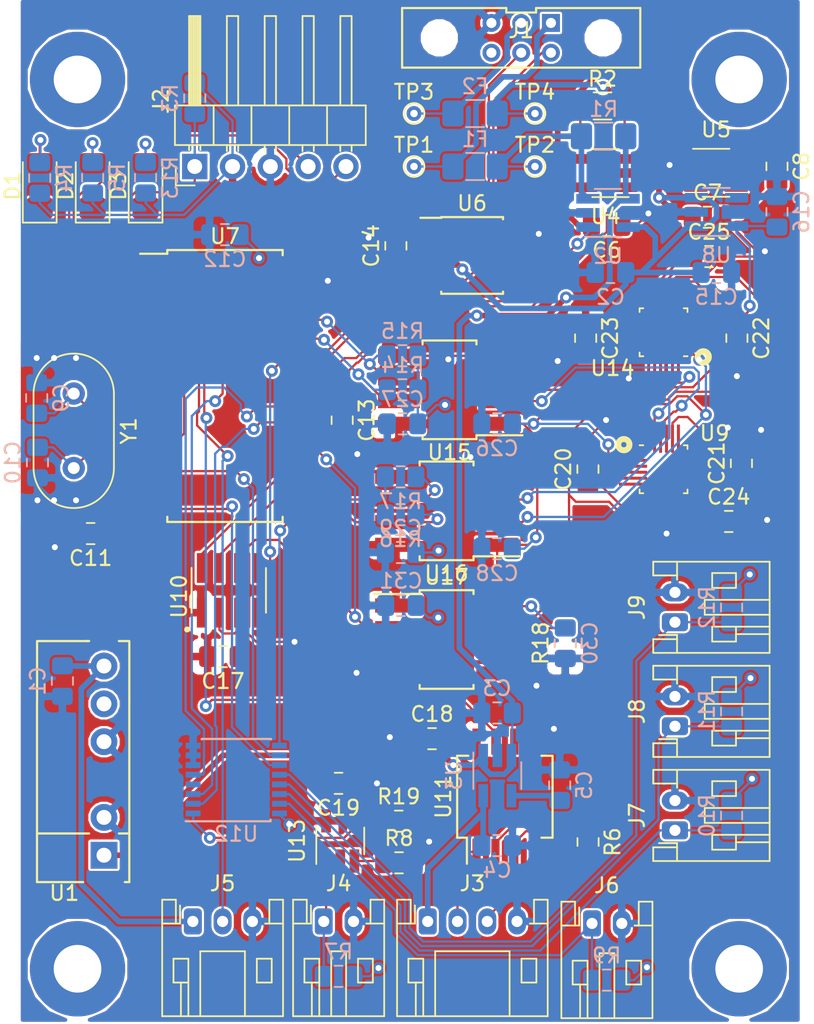
<source format=kicad_pcb>
(kicad_pcb (version 20171130) (host pcbnew "(5.0.0-3-g5ebb6b6)")
  (layers (0 F.Cu signal) (31 B.Cu signal) (34 B.Paste user) (35 F.Paste user) (36 B.SilkS user) (37 F.SilkS user) (38 B.Mask user hide) (39 F.Mask user hide) (44 Edge.Cuts user))
  (net 0 "")
  (net 1 "Net-(F2-Pad2)")
  (net 2 "Net-(F1-Pad2)")
  (net 3 GND)
  (net 4 CANL)
  (net 5 CANH)
  (net 6 "Net-(U14-Pad1)")
  (net 7 "Net-(U14-Pad2)")
  (net 8 "Net-(U14-Pad3)")
  (net 9 "Net-(U14-Pad4)")
  (net 10 "Net-(U14-Pad5)")
  (net 11 "Net-(U14-Pad6)")
  (net 12 "Net-(U14-Pad7)")
  (net 13 +1V8)
  (net 14 "/Digital Sensor Suite/MISO_1v8")
  (net 15 "Net-(C25-Pad1)")
  (net 16 "Net-(U14-Pad12)")
  (net 17 +3V3)
  (net 18 "Net-(U14-Pad14)")
  (net 19 "Net-(U14-Pad15)")
  (net 20 "Net-(U14-Pad16)")
  (net 21 "Net-(U14-Pad17)")
  (net 22 "Net-(U14-Pad19)")
  (net 23 "Net-(U14-Pad21)")
  (net 24 "/Digital Sensor Suite/IMU2_CS_1v8")
  (net 25 "/Digital Sensor Suite/SCLK_1v8")
  (net 26 "/Digital Sensor Suite/MOSI_1v8")
  (net 27 "/Digital Sensor Suite/IMU1_CS_1v8")
  (net 28 "Net-(U9-Pad21)")
  (net 29 "Net-(U9-Pad19)")
  (net 30 "Net-(U9-Pad17)")
  (net 31 "Net-(U9-Pad16)")
  (net 32 "Net-(U9-Pad15)")
  (net 33 "Net-(U9-Pad14)")
  (net 34 "Net-(U9-Pad12)")
  (net 35 "Net-(C24-Pad1)")
  (net 36 "Net-(U9-Pad7)")
  (net 37 "Net-(U9-Pad6)")
  (net 38 "Net-(U9-Pad5)")
  (net 39 "Net-(U9-Pad4)")
  (net 40 "Net-(U9-Pad3)")
  (net 41 "Net-(U9-Pad2)")
  (net 42 "Net-(U9-Pad1)")
  (net 43 +5V)
  (net 44 +12V)
  (net 45 "Net-(F1-Pad1)")
  (net 46 "/Analog Sensor Suite/CURR_AMP_12V")
  (net 47 "Net-(C5-Pad1)")
  (net 48 +10V)
  (net 49 "Net-(F2-Pad1)")
  (net 50 "/Analog Sensor Suite/CURR_AMP_5V")
  (net 51 "Net-(U5-Pad4)")
  (net 52 "Net-(U8-Pad4)")
  (net 53 "/Analog Sensor Suite/THERM_1")
  (net 54 /MCU/~MCLR)
  (net 55 "/Digital Sensor Suite/SCLK")
  (net 56 "/Digital Sensor Suite/MOSI")
  (net 57 "/Digital Sensor Suite/IMU2_CS")
  (net 58 "Net-(D1-Pad2)")
  (net 59 "Net-(D3-Pad2)")
  (net 60 "/Analog Sensor Suite/THERM_3")
  (net 61 "/Analog Sensor Suite/THERM_2")
  (net 62 "Net-(D2-Pad2)")
  (net 63 "/Analog Sensor Suite/THERM_0")
  (net 64 "/Analog Sensor Suite/RTD_DIVIDER")
  (net 65 "Net-(R6-Pad1)")
  (net 66 "Net-(R6-Pad2)")
  (net 67 "/Digital Sensor Suite/IMU1_CS")
  (net 68 "Net-(D1-Pad1)")
  (net 69 "Net-(D2-Pad1)")
  (net 70 "Net-(D3-Pad1)")
  (net 71 "/Analog Sensor Suite/RTD")
  (net 72 "/Analog Sensor Suite/MUX_S0")
  (net 73 "/Analog Sensor Suite/MUX_S1")
  (net 74 "/Analog Sensor Suite/MUX_S2")
  (net 75 "Net-(U12-Pad4)")
  (net 76 /MCU/ANALOG_MUX)
  (net 77 "Net-(U17-Pad3)")
  (net 78 "/Digital Sensor Suite/MISO")
  (net 79 /MCU/CAN_RX)
  (net 80 /MCU/CAN_TX)
  (net 81 "/Digital Sensor Suite/BARO_CS")
  (net 82 "Net-(C13-Pad1)")
  (net 83 /MCU/ICSPCLK)
  (net 84 "/Analog Sensor Suite/PRESSURE_STD")
  (net 85 "/Analog Sensor Suite/DIFF_PRESSURE")
  (net 86 "/Analog Sensor Suite/DIFF_S+")
  (net 87 "/Analog Sensor Suite/DIFF_S-")
  (net 88 +15V)
  (net 89 "Net-(U10-Pad4)")
  (net 90 /MCU/OSC1)
  (net 91 /MCU/OSC2)
  (net 92 /MCU/ICSPDAT)
  (net 93 "Net-(R19-Pad2)")
  (module Capacitor_SMD:C_0805_2012Metric_Pad1.15x1.40mm_HandSolder (layer F.Cu) (at 153.67 74.939 270)
    (fp_text reference C13 (at 0 -1.65 270) (layer F.SilkS))
    (fp_text value 10uF)
    (pad 1 smd roundrect (at -1.025 0 270) (size 1.15 1.4) (layers F.Cu F.Paste F.Mask) (roundrect_rratio 0.217391) (net 82 "Net-(C13-Pad1)"))
    (pad 2 smd roundrect (at 1.025 0 270) (size 1.15 1.4) (layers F.Cu F.Paste F.Mask) (roundrect_rratio 0.217391) (net 3 GND))
  )
  (module Capacitor_SMD:C_0805_2012Metric_Pad1.15x1.40mm_HandSolder (layer B.Cu) (at 164.075 83.566)
    (fp_text reference C28 (at 0 1.65) (layer B.SilkS) (effects (justify mirror)))
    (fp_text value 10nF)
    (pad 2 smd roundrect (at 1.025 0) (size 1.15 1.4) (layers B.Cu B.Paste B.Mask) (roundrect_rratio 0.217391) (net 13 +1V8))
    (pad 1 smd roundrect (at -1.025 0) (size 1.15 1.4) (layers B.Cu B.Paste B.Mask) (roundrect_rratio 0.217391) (net 3 GND))
  )
  (module Housings_SOIC:SOIC-28W_7.5x17.9mm_Pitch1.27mm (layer F.Cu) (at 145.796 72.644)
    (fp_text reference U7 (at 0 -10.05) (layer F.SilkS))
    (fp_text value DSPIC33EP512GP502)
    (pad 28 smd rect (at 4.7 -8.255) (size 2 0.6) (layers F.Cu F.Paste F.Mask) (net 17 +3V3))
    (pad 27 smd rect (at 4.7 -6.985) (size 2 0.6) (layers F.Cu F.Paste F.Mask) (net 3 GND))
    (pad 26 smd rect (at 4.7 -5.715) (size 2 0.6) (layers F.Cu F.Paste F.Mask) (net 70 "Net-(D3-Pad1)"))
    (pad 25 smd rect (at 4.7 -4.445) (size 2 0.6) (layers F.Cu F.Paste F.Mask) (net 57 "/Digital Sensor Suite/IMU2_CS"))
    (pad 24 smd rect (at 4.7 -3.175) (size 2 0.6) (layers F.Cu F.Paste F.Mask) (net 67 "/Digital Sensor Suite/IMU1_CS"))
    (pad 23 smd rect (at 4.7 -1.905) (size 2 0.6) (layers F.Cu F.Paste F.Mask) (net 81 "/Digital Sensor Suite/BARO_CS"))
    (pad 22 smd rect (at 4.7 -0.635) (size 2 0.6) (layers F.Cu F.Paste F.Mask) (net 79 /MCU/CAN_RX))
    (pad 21 smd rect (at 4.7 0.635) (size 2 0.6) (layers F.Cu F.Paste F.Mask) (net 80 /MCU/CAN_TX))
    (pad 20 smd rect (at 4.7 1.905) (size 2 0.6) (layers F.Cu F.Paste F.Mask) (net 82 "Net-(C13-Pad1)"))
    (pad 19 smd rect (at 4.7 3.175) (size 2 0.6) (layers F.Cu F.Paste F.Mask) (net 3 GND))
    (pad 18 smd rect (at 4.7 4.445) (size 2 0.6) (layers F.Cu F.Paste F.Mask) (net 78 "/Digital Sensor Suite/MISO"))
    (pad 17 smd rect (at 4.7 5.715) (size 2 0.6) (layers F.Cu F.Paste F.Mask) (net 55 "/Digital Sensor Suite/SCLK"))
    (pad 16 smd rect (at 4.7 6.985) (size 2 0.6) (layers F.Cu F.Paste F.Mask) (net 56 "/Digital Sensor Suite/MOSI"))
    (pad 15 smd rect (at 4.7 8.255) (size 2 0.6) (layers F.Cu F.Paste F.Mask) (net 74 "/Analog Sensor Suite/MUX_S2"))
    (pad 14 smd rect (at -4.7 8.255) (size 2 0.6) (layers F.Cu F.Paste F.Mask) (net 72 "/Analog Sensor Suite/MUX_S0"))
    (pad 13 smd rect (at -4.7 6.985) (size 2 0.6) (layers F.Cu F.Paste F.Mask) (net 17 +3V3))
    (pad 12 smd rect (at -4.7 5.715) (size 2 0.6) (layers F.Cu F.Paste F.Mask) (net 73 "/Analog Sensor Suite/MUX_S1"))
    (pad 11 smd rect (at -4.7 4.445) (size 2 0.6) (layers F.Cu F.Paste F.Mask) (net 68 "Net-(D1-Pad1)"))
    (pad 10 smd rect (at -4.7 3.175) (size 2 0.6) (layers F.Cu F.Paste F.Mask) (net 91 /MCU/OSC2))
    (pad 9 smd rect (at -4.7 1.905) (size 2 0.6) (layers F.Cu F.Paste F.Mask) (net 90 /MCU/OSC1))
    (pad 8 smd rect (at -4.7 0.635) (size 2 0.6) (layers F.Cu F.Paste F.Mask) (net 3 GND))
    (pad 7 smd rect (at -4.7 -0.635) (size 2 0.6) (layers F.Cu F.Paste F.Mask) (net 92 /MCU/ICSPDAT))
    (pad 6 smd rect (at -4.7 -1.905) (size 2 0.6) (layers F.Cu F.Paste F.Mask) (net 83 /MCU/ICSPCLK))
    (pad 5 smd rect (at -4.7 -3.175) (size 2 0.6) (layers F.Cu F.Paste F.Mask) (net 84 "/Analog Sensor Suite/PRESSURE_STD"))
    (pad 4 smd rect (at -4.7 -4.445) (size 2 0.6) (layers F.Cu F.Paste F.Mask) (net 85 "/Analog Sensor Suite/DIFF_PRESSURE"))
    (pad 3 smd rect (at -4.7 -5.715) (size 2 0.6) (layers F.Cu F.Paste F.Mask) (net 76 /MCU/ANALOG_MUX))
    (pad 2 smd rect (at -4.7 -6.985) (size 2 0.6) (layers F.Cu F.Paste F.Mask) (net 69 "Net-(D2-Pad1)"))
    (pad 1 smd rect (at -4.7 -8.255) (size 2 0.6) (layers F.Cu F.Paste F.Mask) (net 54 /MCU/~MCLR))
  )
  (module Housings_SSOP:SSOP-16_4.4x5.2mm_Pitch0.65mm (layer B.Cu) (at 146.558 99.06)
    (fp_text reference U12 (at 0 3.65) (layer B.SilkS) (effects (justify mirror)))
    (fp_text value 74HC4051D)
    (pad 16 smd rect (at 2.9 2.275) (size 1 0.4) (layers B.Cu B.Paste B.Mask) (net 17 +3V3))
    (pad 15 smd rect (at 2.9 1.625) (size 1 0.4) (layers B.Cu B.Paste B.Mask) (net 63 "/Analog Sensor Suite/THERM_0"))
    (pad 14 smd rect (at 2.9 0.975) (size 1 0.4) (layers B.Cu B.Paste B.Mask) (net 53 "/Analog Sensor Suite/THERM_1"))
    (pad 13 smd rect (at 2.9 0.325) (size 1 0.4) (layers B.Cu B.Paste B.Mask) (net 61 "/Analog Sensor Suite/THERM_2"))
    (pad 12 smd rect (at 2.9 -0.325) (size 1 0.4) (layers B.Cu B.Paste B.Mask) (net 60 "/Analog Sensor Suite/THERM_3"))
    (pad 11 smd rect (at 2.9 -0.975) (size 1 0.4) (layers B.Cu B.Paste B.Mask) (net 72 "/Analog Sensor Suite/MUX_S0"))
    (pad 10 smd rect (at 2.9 -1.625) (size 1 0.4) (layers B.Cu B.Paste B.Mask) (net 73 "/Analog Sensor Suite/MUX_S1"))
    (pad 9 smd rect (at 2.9 -2.275) (size 1 0.4) (layers B.Cu B.Paste B.Mask) (net 74 "/Analog Sensor Suite/MUX_S2"))
    (pad 8 smd rect (at -2.9 -2.275) (size 1 0.4) (layers B.Cu B.Paste B.Mask) (net 3 GND))
    (pad 7 smd rect (at -2.9 -1.625) (size 1 0.4) (layers B.Cu B.Paste B.Mask) (net 3 GND))
    (pad 6 smd rect (at -2.9 -0.975) (size 1 0.4) (layers B.Cu B.Paste B.Mask) (net 3 GND))
    (pad 5 smd rect (at -2.9 -0.325) (size 1 0.4) (layers B.Cu B.Paste B.Mask) (net 46 "/Analog Sensor Suite/CURR_AMP_12V"))
    (pad 4 smd rect (at -2.9 0.325) (size 1 0.4) (layers B.Cu B.Paste B.Mask) (net 75 "Net-(U12-Pad4)"))
    (pad 3 smd rect (at -2.9 0.975) (size 1 0.4) (layers B.Cu B.Paste B.Mask) (net 76 /MCU/ANALOG_MUX))
    (pad 2 smd rect (at -2.9 1.625) (size 1 0.4) (layers B.Cu B.Paste B.Mask) (net 50 "/Analog Sensor Suite/CURR_AMP_5V"))
    (pad 1 smd rect (at -2.9 2.275) (size 1 0.4) (layers B.Cu B.Paste B.Mask) (net 71 "/Analog Sensor Suite/RTD"))
  )
  (module Housings_SOIC:SO-8_5.3x6.2mm_Pitch1.27mm (layer F.Cu) (at 164.6 100.212 90)
    (fp_text reference U11 (at 0 -4.13 90) (layer F.SilkS))
    (fp_text value INA826)
    (pad 8 smd rect (at 3.7 -1.905 90) (size 1.75 0.55) (layers F.Cu F.Paste F.Mask) (net 17 +3V3))
    (pad 7 smd rect (at 3.7 -0.635 90) (size 1.75 0.55) (layers F.Cu F.Paste F.Mask) (net 85 "/Analog Sensor Suite/DIFF_PRESSURE"))
    (pad 6 smd rect (at 3.7 0.635 90) (size 1.75 0.55) (layers F.Cu F.Paste F.Mask) (net 3 GND))
    (pad 5 smd rect (at 3.7 1.905 90) (size 1.75 0.55) (layers F.Cu F.Paste F.Mask) (net 3 GND))
    (pad 4 smd rect (at -3.7 1.905 90) (size 1.75 0.55) (layers F.Cu F.Paste F.Mask) (net 86 "/Analog Sensor Suite/DIFF_S+"))
    (pad 3 smd rect (at -3.7 0.635 90) (size 1.75 0.55) (layers F.Cu F.Paste F.Mask) (net 66 "Net-(R6-Pad2)"))
    (pad 2 smd rect (at -3.7 -0.635 90) (size 1.75 0.55) (layers F.Cu F.Paste F.Mask) (net 65 "Net-(R6-Pad1)"))
    (pad 1 smd rect (at -3.7 -1.905 90) (size 1.75 0.55) (layers F.Cu F.Paste F.Mask) (net 87 "/Analog Sensor Suite/DIFF_S-"))
  )
  (module Capacitor_SMD:C_0805_2012Metric_Pad1.15x1.40mm_HandSolder (layer F.Cu) (at 178.317 63.9572)
    (fp_text reference C25 (at 0 -1.65) (layer F.SilkS))
    (fp_text value 0.1uF)
    (pad 1 smd roundrect (at -1.025 0) (size 1.15 1.4) (layers F.Cu F.Paste F.Mask) (roundrect_rratio 0.217391) (net 15 "Net-(C25-Pad1)"))
    (pad 2 smd roundrect (at 1.025 0) (size 1.15 1.4) (layers F.Cu F.Paste F.Mask) (roundrect_rratio 0.217391) (net 3 GND))
  )
  (module canhw_footprints:QFN-24-1EP_3x3mm_P0.4mm_EP1.75x1.6mm_HandSoldering (layer F.Cu) (at 175.26 69.0372 180)
    (fp_text reference U14 (at 3.429 -2.413 180) (layer F.SilkS))
    (fp_text value ICM-20948)
    (pad 1 smd custom (at -1.5 -1 180) (size 0.3 0.115147) (layers F.Cu F.Paste F.Mask) (net 6 "Net-(U14-Pad1)") (options (clearance outline) (anchor rect)) (primitives (gr_poly (pts (xy -1.5 -0.1) (xy 0.255 -0.1) (xy 0.375 0.02) (xy 0.375 0.1) (xy -1.5 0.1)) (width 0))))
    (pad 2 smd roundrect (at -2.05 -0.6 180) (size 1.9 0.2) (layers F.Cu F.Paste F.Mask) (net 7 "Net-(U14-Pad2)"))
    (pad 3 smd roundrect (at -2.05 -0.2 180) (size 1.9 0.2) (layers F.Cu F.Paste F.Mask) (net 8 "Net-(U14-Pad3)"))
    (pad 4 smd roundrect (at -2.05 0.2 180) (size 1.9 0.2) (layers F.Cu F.Paste F.Mask) (net 9 "Net-(U14-Pad4)"))
    (pad 5 smd roundrect (at -2.05 0.6 180) (size 1.9 0.2) (layers F.Cu F.Paste F.Mask) (net 10 "Net-(U14-Pad5)"))
    (pad 6 smd custom (at -1.5 1 180) (size 0.115147 0.115147) (layers F.Cu F.Paste F.Mask) (net 11 "Net-(U14-Pad6)") (options (clearance outline) (anchor circle)) (primitives (gr_poly (pts (xy -1.5 -0.1) (xy 0.375 -0.1) (xy 0.375 -0.02) (xy 0.255 0.1) (xy -1.5 0.1)) (width 0))))
    (pad 7 smd custom (at -1 1.5 180) (size 0.115147 0.115147) (layers F.Cu F.Paste F.Mask) (net 12 "Net-(U14-Pad7)") (options (clearance outline) (anchor circle)) (primitives (gr_poly (pts (xy -0.1 -0.255) (xy 0.02 -0.375) (xy 0.1 -0.375) (xy 0.1 1.5) (xy -0.1 1.5)) (width 0))))
    (pad 8 smd roundrect (at -0.6 2.05 180) (size 0.2 1.9) (layers F.Cu F.Paste F.Mask) (net 13 +1V8))
    (pad 9 smd roundrect (at -0.2 2.05 180) (size 0.2 1.9) (layers F.Cu F.Paste F.Mask) (net 14 "/Digital Sensor Suite/MISO_1v8"))
    (pad 10 smd roundrect (at 0.2 2.05 180) (size 0.2 1.9) (layers F.Cu F.Paste F.Mask) (net 3 GND))
    (pad 11 smd roundrect (at 0.6 2.05 180) (size 0.2 1.9) (layers F.Cu F.Paste F.Mask) (net 15 "Net-(C25-Pad1)"))
    (pad 12 smd custom (at 1 1.5 180) (size 0.115147 0.115147) (layers F.Cu F.Paste F.Mask) (net 16 "Net-(U14-Pad12)") (options (clearance outline) (anchor circle)) (primitives (gr_poly (pts (xy -0.1 -0.375) (xy -0.02 -0.375) (xy 0.1 -0.255) (xy 0.1 1.5) (xy -0.1 1.5)) (width 0))))
    (pad 13 smd custom (at 1.5 1 180) (size 0.115147 0.115147) (layers F.Cu F.Paste F.Mask) (net 17 +3V3) (options (clearance outline) (anchor circle)) (primitives (gr_poly (pts (xy -0.375 -0.1) (xy 1.5 -0.1) (xy 1.5 0.1) (xy -0.255 0.1) (xy -0.375 -0.02)) (width 0))))
    (pad 14 smd roundrect (at 2.05 0.6 180) (size 1.9 0.2) (layers F.Cu F.Paste F.Mask) (net 18 "Net-(U14-Pad14)"))
    (pad 15 smd roundrect (at 2.05 0.2 180) (size 1.9 0.2) (layers F.Cu F.Paste F.Mask) (net 19 "Net-(U14-Pad15)"))
    (pad 16 smd roundrect (at 2.05 -0.2 180) (size 1.9 0.2) (layers F.Cu F.Paste F.Mask) (net 20 "Net-(U14-Pad16)"))
    (pad 17 smd roundrect (at 2.05 -0.6 180) (size 1.9 0.2) (layers F.Cu F.Paste F.Mask) (net 21 "Net-(U14-Pad17)"))
    (pad 18 smd custom (at 1.5 -1 180) (size 0.115147 0.115147) (layers F.Cu F.Paste F.Mask) (net 3 GND) (options (clearance outline) (anchor circle)) (primitives (gr_poly (pts (xy -0.375 0.02) (xy -0.255 -0.1) (xy 1.5 -0.1) (xy 1.5 0.1) (xy -0.375 0.1)) (width 0))))
    (pad 19 smd custom (at 1 -1.5 180) (size 0.115147 0.115147) (layers F.Cu F.Paste F.Mask) (net 22 "Net-(U14-Pad19)") (options (clearance outline) (anchor circle)) (primitives (gr_poly (pts (xy -0.1 -1.5) (xy 0.1 -1.5) (xy 0.1 0.255) (xy -0.02 0.375) (xy -0.1 0.375)) (width 0))))
    (pad 20 smd roundrect (at 0.6 -2.05 180) (size 0.2 1.9) (layers F.Cu F.Paste F.Mask) (net 3 GND))
    (pad 21 smd roundrect (at 0.2 -2.05 180) (size 0.2 1.9) (layers F.Cu F.Paste F.Mask) (net 23 "Net-(U14-Pad21)"))
    (pad 22 smd roundrect (at -0.2 -2.05 180) (size 0.2 1.9) (layers F.Cu F.Paste F.Mask) (net 24 "/Digital Sensor Suite/IMU2_CS_1v8"))
    (pad 23 smd roundrect (at -0.6 -2.05 180) (size 0.2 1.9) (layers F.Cu F.Paste F.Mask) (net 25 "/Digital Sensor Suite/SCLK_1v8"))
    (pad 24 smd custom (at -1 -1.5 180) (size 0.115147 0.115147) (layers F.Cu F.Paste F.Mask) (net 26 "/Digital Sensor Suite/MOSI_1v8") (options (clearance outline) (anchor circle)) (primitives (gr_poly (pts (xy -0.1 -1.5) (xy 0.1 -1.5) (xy 0.1 0.375) (xy 0.02 0.375) (xy -0.1 0.255)) (width 0))))
  )
  (module TestPoint:TestPoint_THTPad_D1.0mm_Drill0.5mm (layer F.Cu) (at 166.624 54.356)
    (fp_text reference TP4 (at 0 -1.448) (layer F.SilkS))
    (fp_text value TestPoint)
    (pad 1 thru_hole circle (at 0 0) (size 1 1) (drill 0.5) (layers *.Cu *.Mask) (net 49 "Net-(F2-Pad1)"))
  )
  (module TestPoint:TestPoint_THTPad_D1.0mm_Drill0.5mm (layer F.Cu) (at 158.496 54.356)
    (fp_text reference TP3 (at 0 -1.448) (layer F.SilkS))
    (fp_text value TestPoint)
    (pad 1 thru_hole circle (at 0 0) (size 1 1) (drill 0.5) (layers *.Cu *.Mask) (net 1 "Net-(F2-Pad2)"))
  )
  (module TestPoint:TestPoint_THTPad_D1.0mm_Drill0.5mm (layer F.Cu) (at 166.624 57.912)
    (fp_text reference TP2 (at 0 -1.448) (layer F.SilkS))
    (fp_text value TestPoint)
    (pad 1 thru_hole circle (at 0 0) (size 1 1) (drill 0.5) (layers *.Cu *.Mask) (net 45 "Net-(F1-Pad1)"))
  )
  (module TestPoint:TestPoint_THTPad_D1.0mm_Drill0.5mm (layer F.Cu) (at 158.496 57.912)
    (fp_text reference TP1 (at 0 -1.448) (layer F.SilkS))
    (fp_text value TestPoint)
    (pad 1 thru_hole circle (at 0 0) (size 1 1) (drill 0.5) (layers *.Cu *.Mask) (net 2 "Net-(F1-Pad2)"))
  )
  (module Resistor_SMD:R_1206_3216Metric_Pad1.42x1.75mm_HandSolder (layer B.Cu) (at 171.2325 55.88 180)
    (fp_text reference R1 (at 0 1.82 180) (layer B.SilkS) (effects (justify mirror)))
    (fp_text value R_US)
    (pad 2 smd roundrect (at 1.4875 0 180) (size 1.425 1.75) (layers B.Cu B.Paste B.Mask) (roundrect_rratio 0.175439) (net 45 "Net-(F1-Pad1)"))
    (pad 1 smd roundrect (at -1.4875 0 180) (size 1.425 1.75) (layers B.Cu B.Paste B.Mask) (roundrect_rratio 0.175439) (net 44 +12V))
  )
  (module Resistor_SMD:R_1206_3216Metric_Pad1.42x1.75mm_HandSolder (layer F.Cu) (at 171.1595 53.848)
    (fp_text reference R2 (at 0 -1.82) (layer F.SilkS))
    (fp_text value ?)
    (pad 1 smd roundrect (at -1.4875 0) (size 1.425 1.75) (layers F.Cu F.Paste F.Mask) (roundrect_rratio 0.175439) (net 43 +5V))
    (pad 2 smd roundrect (at 1.4875 0) (size 1.425 1.75) (layers F.Cu F.Paste F.Mask) (roundrect_rratio 0.175439) (net 49 "Net-(F2-Pad1)"))
  )
  (module Capacitor_SMD:C_0805_2012Metric_Pad1.15x1.40mm_HandSolder (layer F.Cu) (at 153.425 99.314 180)
    (fp_text reference C19 (at 0 -1.65 180) (layer F.SilkS))
    (fp_text value 0.1uF)
    (pad 1 smd roundrect (at -1.025 0 180) (size 1.15 1.4) (layers F.Cu F.Paste F.Mask) (roundrect_rratio 0.217391) (net 3 GND))
    (pad 2 smd roundrect (at 1.025 0 180) (size 1.15 1.4) (layers F.Cu F.Paste F.Mask) (roundrect_rratio 0.217391) (net 17 +3V3))
  )
  (module Resistor_SMD:R_0805_2012Metric_Pad1.15x1.40mm_HandSolder (layer F.Cu) (at 157.471 101.854)
    (fp_text reference R19 (at 0 -1.65) (layer F.SilkS))
    (fp_text value R_US)
    (pad 1 smd roundrect (at -1.025 0) (size 1.15 1.4) (layers F.Cu F.Paste F.Mask) (roundrect_rratio 0.217391) (net 71 "/Analog Sensor Suite/RTD"))
    (pad 2 smd roundrect (at 1.025 0) (size 1.15 1.4) (layers F.Cu F.Paste F.Mask) (roundrect_rratio 0.217391) (net 93 "Net-(R19-Pad2)"))
  )
  (module TO_SOT_Packages_SMD:SOT-23-5_HandSoldering (layer F.Cu) (at 153.541 103.18 90)
    (fp_text reference U13 (at 0 -2.9 90) (layer F.SilkS))
    (fp_text value MCP6001U)
    (pad 5 smd rect (at 1.35 -0.95 90) (size 1.56 0.65) (layers F.Cu F.Paste F.Mask) (net 17 +3V3))
    (pad 4 smd rect (at 1.35 0.95 90) (size 1.56 0.65) (layers F.Cu F.Paste F.Mask) (net 71 "/Analog Sensor Suite/RTD"))
    (pad 3 smd rect (at -1.35 0.95 90) (size 1.56 0.65) (layers F.Cu F.Paste F.Mask) (net 93 "Net-(R19-Pad2)"))
    (pad 2 smd rect (at -1.35 0 90) (size 1.56 0.65) (layers F.Cu F.Paste F.Mask) (net 3 GND))
    (pad 1 smd rect (at -1.35 -0.95 90) (size 1.56 0.65) (layers F.Cu F.Paste F.Mask) (net 64 "/Analog Sensor Suite/RTD_DIVIDER"))
  )
  (module Capacitor_SMD:C_0805_2012Metric_Pad1.15x1.40mm_HandSolder (layer B.Cu) (at 134.874 92.447 270)
    (fp_text reference C1 (at 0 1.65 270) (layer B.SilkS) (effects (justify mirror)))
    (fp_text value 4.7uF)
    (pad 1 smd roundrect (at -1.025 0 270) (size 1.15 1.4) (layers B.Cu B.Paste B.Mask) (roundrect_rratio 0.217391) (net 88 +15V))
    (pad 2 smd roundrect (at 1.025 0 270) (size 1.15 1.4) (layers B.Cu B.Paste B.Mask) (roundrect_rratio 0.217391) (net 3 GND))
  )
  (module Capacitor_SMD:C_0805_2012Metric_Pad1.15x1.40mm_HandSolder (layer B.Cu) (at 171.695 65.024)
    (fp_text reference C2 (at 0 1.65) (layer B.SilkS) (effects (justify mirror)))
    (fp_text value 0.1uF)
    (pad 2 smd roundrect (at 1.025 0) (size 1.15 1.4) (layers B.Cu B.Paste B.Mask) (roundrect_rratio 0.217391) (net 43 +5V))
    (pad 1 smd roundrect (at -1.025 0) (size 1.15 1.4) (layers B.Cu B.Paste B.Mask) (roundrect_rratio 0.217391) (net 3 GND))
  )
  (module Capacitor_SMD:C_0805_2012Metric_Pad1.15x1.40mm_HandSolder (layer B.Cu) (at 164.075 94.5896 180)
    (fp_text reference C3 (at 0 1.65 180) (layer B.SilkS) (effects (justify mirror)))
    (fp_text value 1uF)
    (pad 1 smd roundrect (at -1.025 0 180) (size 1.15 1.4) (layers B.Cu B.Paste B.Mask) (roundrect_rratio 0.217391) (net 44 +12V))
    (pad 2 smd roundrect (at 1.025 0 180) (size 1.15 1.4) (layers B.Cu B.Paste B.Mask) (roundrect_rratio 0.217391) (net 3 GND))
  )
  (module Capacitor_SMD:C_0805_2012Metric_Pad1.15x1.40mm_HandSolder (layer B.Cu) (at 164.083 103.491)
    (fp_text reference C4 (at 0 1.65) (layer B.SilkS) (effects (justify mirror)))
    (fp_text value 2.2uF)
    (pad 2 smd roundrect (at 1.025 0) (size 1.15 1.4) (layers B.Cu B.Paste B.Mask) (roundrect_rratio 0.217391) (net 3 GND))
    (pad 1 smd roundrect (at -1.025 0) (size 1.15 1.4) (layers B.Cu B.Paste B.Mask) (roundrect_rratio 0.217391) (net 48 +10V))
  )
  (module Capacitor_SMD:C_0805_2012Metric_Pad1.15x1.40mm_HandSolder (layer B.Cu) (at 168.283 99.436 90)
    (fp_text reference C5 (at 0 1.65 90) (layer B.SilkS) (effects (justify mirror)))
    (fp_text value 10nF)
    (pad 1 smd roundrect (at -1.025 0 90) (size 1.15 1.4) (layers B.Cu B.Paste B.Mask) (roundrect_rratio 0.217391) (net 47 "Net-(C5-Pad1)"))
    (pad 2 smd roundrect (at 1.025 0 90) (size 1.15 1.4) (layers B.Cu B.Paste B.Mask) (roundrect_rratio 0.217391) (net 3 GND))
  )
  (module Capacitor_SMD:C_0805_2012Metric_Pad1.15x1.40mm_HandSolder (layer F.Cu) (at 171.441 61.8744 180)
    (fp_text reference C6 (at 0 -1.65 180) (layer F.SilkS))
    (fp_text value 0.1uF)
    (pad 2 smd roundrect (at 1.025 0 180) (size 1.15 1.4) (layers F.Cu F.Paste F.Mask) (roundrect_rratio 0.217391) (net 43 +5V))
    (pad 1 smd roundrect (at -1.025 0 180) (size 1.15 1.4) (layers F.Cu F.Paste F.Mask) (roundrect_rratio 0.217391) (net 3 GND))
  )
  (module Capacitor_SMD:C_0805_2012Metric_Pad1.15x1.40mm_HandSolder (layer F.Cu) (at 178.2154 61.3156)
    (fp_text reference C7 (at 0 -1.65) (layer F.SilkS))
    (fp_text value 1uF)
    (pad 1 smd roundrect (at -1.025 0) (size 1.15 1.4) (layers F.Cu F.Paste F.Mask) (roundrect_rratio 0.217391) (net 43 +5V))
    (pad 2 smd roundrect (at 1.025 0) (size 1.15 1.4) (layers F.Cu F.Paste F.Mask) (roundrect_rratio 0.217391) (net 3 GND))
  )
  (module Capacitor_SMD:C_0805_2012Metric_Pad1.15x1.40mm_HandSolder (layer F.Cu) (at 182.88 57.903 270)
    (fp_text reference C8 (at 0 -1.65 270) (layer F.SilkS))
    (fp_text value 1uF)
    (pad 2 smd roundrect (at 1.025 0 270) (size 1.15 1.4) (layers F.Cu F.Paste F.Mask) (roundrect_rratio 0.217391) (net 3 GND))
    (pad 1 smd roundrect (at -1.025 0 270) (size 1.15 1.4) (layers F.Cu F.Paste F.Mask) (roundrect_rratio 0.217391) (net 17 +3V3))
  )
  (module Capacitor_SMD:C_0805_2012Metric_Pad1.15x1.40mm_HandSolder (layer B.Cu) (at 133.1468 73.4478 90)
    (fp_text reference C9 (at 0 1.65 90) (layer B.SilkS) (effects (justify mirror)))
    (fp_text value 26pF)
    (pad 1 smd roundrect (at -1.025 0 90) (size 1.15 1.4) (layers B.Cu B.Paste B.Mask) (roundrect_rratio 0.217391) (net 90 /MCU/OSC1))
    (pad 2 smd roundrect (at 1.025 0 90) (size 1.15 1.4) (layers B.Cu B.Paste B.Mask) (roundrect_rratio 0.217391) (net 3 GND))
  )
  (module Capacitor_SMD:C_0805_2012Metric_Pad1.15x1.40mm_HandSolder (layer B.Cu) (at 133.1976 77.7838 270)
    (fp_text reference C10 (at 0 1.65 270) (layer B.SilkS) (effects (justify mirror)))
    (fp_text value 26pF)
    (pad 2 smd roundrect (at 1.025 0 270) (size 1.15 1.4) (layers B.Cu B.Paste B.Mask) (roundrect_rratio 0.217391) (net 3 GND))
    (pad 1 smd roundrect (at -1.025 0 270) (size 1.15 1.4) (layers B.Cu B.Paste B.Mask) (roundrect_rratio 0.217391) (net 91 /MCU/OSC2))
  )
  (module Capacitor_SMD:C_0805_2012Metric_Pad1.15x1.40mm_HandSolder (layer F.Cu) (at 136.77 82.55 180)
    (fp_text reference C11 (at 0 -1.65 180) (layer F.SilkS))
    (fp_text value 0.1uF)
    (pad 1 smd roundrect (at -1.025 0 180) (size 1.15 1.4) (layers F.Cu F.Paste F.Mask) (roundrect_rratio 0.217391) (net 17 +3V3))
    (pad 2 smd roundrect (at 1.025 0 180) (size 1.15 1.4) (layers F.Cu F.Paste F.Mask) (roundrect_rratio 0.217391) (net 3 GND))
  )
  (module Capacitor_SMD:C_0805_2012Metric_Pad1.15x1.40mm_HandSolder (layer B.Cu) (at 145.787 62.484)
    (fp_text reference C12 (at 0 1.65) (layer B.SilkS) (effects (justify mirror)))
    (fp_text value 0.1uF)
    (pad 2 smd roundrect (at 1.025 0) (size 1.15 1.4) (layers B.Cu B.Paste B.Mask) (roundrect_rratio 0.217391) (net 17 +3V3))
    (pad 1 smd roundrect (at -1.025 0) (size 1.15 1.4) (layers B.Cu B.Paste B.Mask) (roundrect_rratio 0.217391) (net 3 GND))
  )
  (module Capacitor_SMD:C_0805_2012Metric_Pad1.15x1.40mm_HandSolder (layer F.Cu) (at 157.2768 63.237 90)
    (fp_text reference C14 (at 0 -1.65 90) (layer F.SilkS))
    (fp_text value 10uF)
    (pad 2 smd roundrect (at 1.025 0 90) (size 1.15 1.4) (layers F.Cu F.Paste F.Mask) (roundrect_rratio 0.217391) (net 3 GND))
    (pad 1 smd roundrect (at -1.025 0 90) (size 1.15 1.4) (layers F.Cu F.Paste F.Mask) (roundrect_rratio 0.217391) (net 43 +5V))
  )
  (module Capacitor_SMD:C_0805_2012Metric_Pad1.15x1.40mm_HandSolder (layer B.Cu) (at 178.807 65.024)
    (fp_text reference C15 (at 0 1.65) (layer B.SilkS) (effects (justify mirror)))
    (fp_text value 1uF)
    (pad 1 smd roundrect (at -1.025 0) (size 1.15 1.4) (layers B.Cu B.Paste B.Mask) (roundrect_rratio 0.217391) (net 43 +5V))
    (pad 2 smd roundrect (at 1.025 0) (size 1.15 1.4) (layers B.Cu B.Paste B.Mask) (roundrect_rratio 0.217391) (net 3 GND))
  )
  (module Capacitor_SMD:C_0805_2012Metric_Pad1.15x1.40mm_HandSolder (layer B.Cu) (at 182.88 60.951 90)
    (fp_text reference C16 (at 0 1.65 90) (layer B.SilkS) (effects (justify mirror)))
    (fp_text value 1uF)
    (pad 2 smd roundrect (at 1.025 0 90) (size 1.15 1.4) (layers B.Cu B.Paste B.Mask) (roundrect_rratio 0.217391) (net 3 GND))
    (pad 1 smd roundrect (at -1.025 0 90) (size 1.15 1.4) (layers B.Cu B.Paste B.Mask) (roundrect_rratio 0.217391) (net 13 +1V8))
  )
  (module Capacitor_SMD:C_0805_2012Metric_Pad1.15x1.40mm_HandSolder (layer F.Cu) (at 145.66 90.805 180)
    (fp_text reference C17 (at 0 -1.65 180) (layer F.SilkS))
    (fp_text value 0.1uF)
    (pad 1 smd roundrect (at -1.025 0 180) (size 1.15 1.4) (layers F.Cu F.Paste F.Mask) (roundrect_rratio 0.217391) (net 3 GND))
    (pad 2 smd roundrect (at 1.025 0 180) (size 1.15 1.4) (layers F.Cu F.Paste F.Mask) (roundrect_rratio 0.217391) (net 17 +3V3))
  )
  (module Capacitor_SMD:C_0805_2012Metric_Pad1.15x1.40mm_HandSolder (layer F.Cu) (at 159.7062 96.3168)
    (fp_text reference C18 (at 0 -1.65) (layer F.SilkS))
    (fp_text value 0.1uF)
    (pad 2 smd roundrect (at 1.025 0) (size 1.15 1.4) (layers F.Cu F.Paste F.Mask) (roundrect_rratio 0.217391) (net 17 +3V3))
    (pad 1 smd roundrect (at -1.025 0) (size 1.15 1.4) (layers F.Cu F.Paste F.Mask) (roundrect_rratio 0.217391) (net 3 GND))
  )
  (module Capacitor_SMD:C_0805_2012Metric_Pad1.15x1.40mm_HandSolder (layer F.Cu) (at 170.18 78.223 90)
    (fp_text reference C20 (at 0 -1.65 90) (layer F.SilkS))
    (fp_text value 0.1uF)
    (pad 2 smd roundrect (at 1.025 0 90) (size 1.15 1.4) (layers F.Cu F.Paste F.Mask) (roundrect_rratio 0.217391) (net 3 GND))
    (pad 1 smd roundrect (at -1.025 0 90) (size 1.15 1.4) (layers F.Cu F.Paste F.Mask) (roundrect_rratio 0.217391) (net 13 +1V8))
  )
  (module Capacitor_SMD:C_0805_2012Metric_Pad1.15x1.40mm_HandSolder (layer F.Cu) (at 180.4924 77.8346 90)
    (fp_text reference C21 (at 0 -1.65 90) (layer F.SilkS))
    (fp_text value 0.1uF)
    (pad 1 smd roundrect (at -1.025 0 90) (size 1.15 1.4) (layers F.Cu F.Paste F.Mask) (roundrect_rratio 0.217391) (net 17 +3V3))
    (pad 2 smd roundrect (at 1.025 0 90) (size 1.15 1.4) (layers F.Cu F.Paste F.Mask) (roundrect_rratio 0.217391) (net 3 GND))
  )
  (module Capacitor_SMD:C_0805_2012Metric_Pad1.15x1.40mm_HandSolder (layer F.Cu) (at 180.1876 69.4346 270)
    (fp_text reference C22 (at 0 -1.65 270) (layer F.SilkS))
    (fp_text value 0.1uF)
    (pad 2 smd roundrect (at 1.025 0 270) (size 1.15 1.4) (layers F.Cu F.Paste F.Mask) (roundrect_rratio 0.217391) (net 3 GND))
    (pad 1 smd roundrect (at -1.025 0 270) (size 1.15 1.4) (layers F.Cu F.Paste F.Mask) (roundrect_rratio 0.217391) (net 13 +1V8))
  )
  (module Capacitor_SMD:C_0805_2012Metric_Pad1.15x1.40mm_HandSolder (layer F.Cu) (at 170.0276 69.4346 270)
    (fp_text reference C23 (at 0 -1.65 270) (layer F.SilkS))
    (fp_text value 0.1uF)
    (pad 1 smd roundrect (at -1.025 0 270) (size 1.15 1.4) (layers F.Cu F.Paste F.Mask) (roundrect_rratio 0.217391) (net 17 +3V3))
    (pad 2 smd roundrect (at 1.025 0 270) (size 1.15 1.4) (layers F.Cu F.Paste F.Mask) (roundrect_rratio 0.217391) (net 3 GND))
  )
  (module Capacitor_SMD:C_0805_2012Metric_Pad1.15x1.40mm_HandSolder (layer F.Cu) (at 179.6378 81.7372)
    (fp_text reference C24 (at 0 -1.65) (layer F.SilkS))
    (fp_text value 0.1uF)
    (pad 2 smd roundrect (at 1.025 0) (size 1.15 1.4) (layers F.Cu F.Paste F.Mask) (roundrect_rratio 0.217391) (net 3 GND))
    (pad 1 smd roundrect (at -1.025 0) (size 1.15 1.4) (layers F.Cu F.Paste F.Mask) (roundrect_rratio 0.217391) (net 35 "Net-(C24-Pad1)"))
  )
  (module Capacitor_SMD:C_0805_2012Metric_Pad1.15x1.40mm_HandSolder (layer B.Cu) (at 164.075 75.184)
    (fp_text reference C26 (at 0 1.65) (layer B.SilkS) (effects (justify mirror)))
    (fp_text value 10nF)
    (pad 2 smd roundrect (at 1.025 0) (size 1.15 1.4) (layers B.Cu B.Paste B.Mask) (roundrect_rratio 0.217391) (net 13 +1V8))
    (pad 1 smd roundrect (at -1.025 0) (size 1.15 1.4) (layers B.Cu B.Paste B.Mask) (roundrect_rratio 0.217391) (net 3 GND))
  )
  (module Capacitor_SMD:C_0805_2012Metric_Pad1.15x1.40mm_HandSolder (layer B.Cu) (at 157.725 75.184 180)
    (fp_text reference C27 (at 0 1.65 180) (layer B.SilkS) (effects (justify mirror)))
    (fp_text value 10nF)
    (pad 1 smd roundrect (at -1.025 0 180) (size 1.15 1.4) (layers B.Cu B.Paste B.Mask) (roundrect_rratio 0.217391) (net 17 +3V3))
    (pad 2 smd roundrect (at 1.025 0 180) (size 1.15 1.4) (layers B.Cu B.Paste B.Mask) (roundrect_rratio 0.217391) (net 3 GND))
  )
  (module Capacitor_SMD:C_0805_2012Metric_Pad1.15x1.40mm_HandSolder (layer B.Cu) (at 157.598 83.82 180)
    (fp_text reference C29 (at 0 1.65 180) (layer B.SilkS) (effects (justify mirror)))
    (fp_text value 10nF)
    (pad 1 smd roundrect (at -1.025 0 180) (size 1.15 1.4) (layers B.Cu B.Paste B.Mask) (roundrect_rratio 0.217391) (net 17 +3V3))
    (pad 2 smd roundrect (at 1.025 0 180) (size 1.15 1.4) (layers B.Cu B.Paste B.Mask) (roundrect_rratio 0.217391) (net 3 GND))
  )
  (module Capacitor_SMD:C_0805_2012Metric_Pad1.15x1.40mm_HandSolder (layer B.Cu) (at 168.656 89.907 90)
    (fp_text reference C30 (at 0 1.65 90) (layer B.SilkS) (effects (justify mirror)))
    (fp_text value 10nF)
    (pad 2 smd roundrect (at 1.025 0 90) (size 1.15 1.4) (layers B.Cu B.Paste B.Mask) (roundrect_rratio 0.217391) (net 13 +1V8))
    (pad 1 smd roundrect (at -1.025 0 90) (size 1.15 1.4) (layers B.Cu B.Paste B.Mask) (roundrect_rratio 0.217391) (net 3 GND))
  )
  (module Capacitor_SMD:C_0805_2012Metric_Pad1.15x1.40mm_HandSolder (layer B.Cu) (at 157.616 87.376 180)
    (fp_text reference C31 (at 0 1.65 180) (layer B.SilkS) (effects (justify mirror)))
    (fp_text value 10nF)
    (pad 1 smd roundrect (at -1.025 0 180) (size 1.15 1.4) (layers B.Cu B.Paste B.Mask) (roundrect_rratio 0.217391) (net 17 +3V3))
    (pad 2 smd roundrect (at 1.025 0 180) (size 1.15 1.4) (layers B.Cu B.Paste B.Mask) (roundrect_rratio 0.217391) (net 3 GND))
  )
  (module Connector_JST:JST_PH_S2B-PH-K_1x02_P2.00mm_Horizontal (layer F.Cu) (at 152.432 108.585)
    (fp_text reference J4 (at 1 -2.55) (layer F.SilkS))
    (fp_text value "RTD Conn")
    (pad 1 thru_hole roundrect (at 0 0) (size 1.2 1.75) (drill 0.75) (layers *.Cu *.Mask) (roundrect_rratio 0.208333) (net 64 "/Analog Sensor Suite/RTD_DIVIDER"))
    (pad 2 thru_hole oval (at 2 0) (size 1.2 1.75) (drill 0.75) (layers *.Cu *.Mask) (net 3 GND))
  )
  (module Connector_JST:JST_PH_S2B-PH-K_1x02_P2.00mm_Horizontal (layer F.Cu) (at 176.026979 88.49842 90)
    (fp_text reference J9 (at 1 -2.55 90) (layer F.SilkS))
    (fp_text value "Thermistor Conn")
    (pad 2 thru_hole oval (at 2 0 90) (size 1.2 1.75) (drill 0.75) (layers *.Cu *.Mask) (net 3 GND))
    (pad 1 thru_hole roundrect (at 0 0 90) (size 1.2 1.75) (drill 0.75) (layers *.Cu *.Mask) (roundrect_rratio 0.208333) (net 60 "/Analog Sensor Suite/THERM_3"))
  )
  (module Connector_JST:JST_PH_S2B-PH-K_1x02_P2.00mm_Horizontal (layer F.Cu) (at 170.45458 108.716979)
    (fp_text reference J6 (at 1 -2.55) (layer F.SilkS))
    (fp_text value "Thermistor Conn")
    (pad 1 thru_hole roundrect (at 0 0) (size 1.2 1.75) (drill 0.75) (layers *.Cu *.Mask) (roundrect_rratio 0.208333) (net 63 "/Analog Sensor Suite/THERM_0"))
    (pad 2 thru_hole oval (at 2 0) (size 1.2 1.75) (drill 0.75) (layers *.Cu *.Mask) (net 3 GND))
  )
  (module Connector_JST:JST_PH_S2B-PH-K_1x02_P2.00mm_Horizontal (layer F.Cu) (at 176.026979 102.46842 90)
    (fp_text reference J7 (at 1 -2.55 90) (layer F.SilkS))
    (fp_text value "Thermistor Conn")
    (pad 2 thru_hole oval (at 2 0 90) (size 1.2 1.75) (drill 0.75) (layers *.Cu *.Mask) (net 3 GND))
    (pad 1 thru_hole roundrect (at 0 0 90) (size 1.2 1.75) (drill 0.75) (layers *.Cu *.Mask) (roundrect_rratio 0.208333) (net 53 "/Analog Sensor Suite/THERM_1"))
  )
  (module Connector_JST:JST_PH_S2B-PH-K_1x02_P2.00mm_Horizontal (layer F.Cu) (at 176.026979 95.48342 90)
    (fp_text reference J8 (at 1 -2.55 90) (layer F.SilkS))
    (fp_text value "Thermistor Conn")
    (pad 1 thru_hole roundrect (at 0 0 90) (size 1.2 1.75) (drill 0.75) (layers *.Cu *.Mask) (roundrect_rratio 0.208333) (net 61 "/Analog Sensor Suite/THERM_2"))
    (pad 2 thru_hole oval (at 2 0 90) (size 1.2 1.75) (drill 0.75) (layers *.Cu *.Mask) (net 3 GND))
  )
  (module Connector_JST:JST_PH_S3B-PH-K_1x03_P2.00mm_Horizontal (layer F.Cu) (at 143.637 108.585)
    (fp_text reference J5 (at 2 -2.55) (layer F.SilkS))
    (fp_text value "Tank Pressure Conn")
    (pad 1 thru_hole roundrect (at 0 0) (size 1.2 1.75) (drill 0.75) (layers *.Cu *.Mask) (roundrect_rratio 0.208333) (net 88 +15V))
    (pad 2 thru_hole oval (at 2 0) (size 1.2 1.75) (drill 0.75) (layers *.Cu *.Mask) (net 84 "/Analog Sensor Suite/PRESSURE_STD"))
    (pad 3 thru_hole oval (at 4 0) (size 1.2 1.75) (drill 0.75) (layers *.Cu *.Mask) (net 3 GND))
  )
  (module Connector_JST:JST_PH_S4B-PH-K_1x04_P2.00mm_Horizontal (layer F.Cu) (at 159.417 108.585)
    (fp_text reference J3 (at 3 -2.55) (layer F.SilkS))
    (fp_text value "Differential Pressure Conn")
    (pad 1 thru_hole roundrect (at 0 0) (size 1.2 1.75) (drill 0.75) (layers *.Cu *.Mask) (roundrect_rratio 0.208333) (net 48 +10V))
    (pad 2 thru_hole oval (at 2 0) (size 1.2 1.75) (drill 0.75) (layers *.Cu *.Mask) (net 87 "/Analog Sensor Suite/DIFF_S-"))
    (pad 3 thru_hole oval (at 4 0) (size 1.2 1.75) (drill 0.75) (layers *.Cu *.Mask) (net 86 "/Analog Sensor Suite/DIFF_S+"))
    (pad 4 thru_hole oval (at 6 0) (size 1.2 1.75) (drill 0.75) (layers *.Cu *.Mask) (net 3 GND))
  )
  (module Connector_PinHeader_2.54mm:PinHeader_1x05_P2.54mm_Horizontal (layer F.Cu) (at 143.764 57.912 90)
    (fp_text reference J2 (at 4.385 -2.27 90) (layer F.SilkS))
    (fp_text value "Programming Header")
    (pad 1 thru_hole rect (at 0 0 90) (size 1.7 1.7) (drill 1) (layers *.Cu *.Mask) (net 54 /MCU/~MCLR))
    (pad 2 thru_hole oval (at 0 2.54 90) (size 1.7 1.7) (drill 1) (layers *.Cu *.Mask) (net 17 +3V3))
    (pad 3 thru_hole oval (at 0 5.08 90) (size 1.7 1.7) (drill 1) (layers *.Cu *.Mask) (net 3 GND))
    (pad 4 thru_hole oval (at 0 7.62 90) (size 1.7 1.7) (drill 1) (layers *.Cu *.Mask) (net 92 /MCU/ICSPDAT))
    (pad 5 thru_hole oval (at 0 10.16 90) (size 1.7 1.7) (drill 1) (layers *.Cu *.Mask) (net 83 /MCU/ICSPCLK))
  )
  (module Crystal:Resonator-2Pin_W10.0mm_H5.0mm (layer F.Cu) (at 135.636 73.152 270)
    (fp_text reference Y1 (at 2.5 -3.7 270) (layer F.SilkS))
    (fp_text value Crystal)
    (pad 1 thru_hole circle (at 0 0 270) (size 1.5 1.5) (drill 0.8) (layers *.Cu *.Mask) (net 90 /MCU/OSC1))
    (pad 2 thru_hole circle (at 5 0 270) (size 1.5 1.5) (drill 0.8) (layers *.Cu *.Mask) (net 91 /MCU/OSC2))
  )
  (module Flight_Instr:MS560702BA03 (layer F.Cu) (at 146.05 86.36 90)
    (fp_text reference U10 (at -0.407073 -3.33289 90) (layer F.SilkS))
    (fp_text value MS5607-02BA03 hide)
    (pad 1 smd rect (at -1.5 -1.875 90) (size 2 0.53) (layers F.Cu F.Paste F.Mask) (net 17 +3V3))
    (pad 8 smd rect (at 1.5 -1.875 90) (size 2 0.53) (layers F.Cu F.Paste F.Mask) (net 55 "/Digital Sensor Suite/SCLK"))
    (pad 2 smd rect (at -1.5 -0.625 90) (size 2 0.53) (layers F.Cu F.Paste F.Mask) (net 3 GND))
    (pad 3 smd rect (at -1.5 0.625 90) (size 2 0.53) (layers F.Cu F.Paste F.Mask) (net 3 GND))
    (pad 4 smd rect (at -1.5 1.875 90) (size 2 0.53) (layers F.Cu F.Paste F.Mask) (net 89 "Net-(U10-Pad4)"))
    (pad 5 smd rect (at 1.5 1.875 90) (size 2 0.53) (layers F.Cu F.Paste F.Mask) (net 81 "/Digital Sensor Suite/BARO_CS"))
    (pad 6 smd rect (at 1.5 0.625 90) (size 2 0.53) (layers F.Cu F.Paste F.Mask) (net 78 "/Digital Sensor Suite/MISO"))
    (pad 7 smd rect (at 1.5 -0.625 90) (size 2 0.53) (layers F.Cu F.Paste F.Mask) (net 56 "/Digital Sensor Suite/MOSI"))
  )
  (module Flight_Instr:SIP6_Housing (layer F.Cu) (at 137.668 93.98 90)
    (fp_text reference U1 (at -12.7 -2.667 180) (layer F.SilkS))
    (fp_text value SPU01M-15)
    (pad 1 thru_hole rect (at -10.16 0 180) (size 1.8 1.8) (drill 1) (layers *.Cu *.Mask) (net 44 +12V))
    (pad 2 thru_hole circle (at -7.62 0 180) (size 1.8 1.8) (drill 1) (layers *.Cu *.Mask) (net 3 GND))
    (pad 4 thru_hole circle (at -2.54 0 180) (size 1.8 1.8) (drill 1) (layers *.Cu *.Mask) (net 3 GND))
    (pad 5 thru_hole circle (at 0 0 180) (size 1.8 1.8) (drill 1) (layers *.Cu *.Mask))
    (pad 6 thru_hole circle (at 2.54 0 180) (size 1.8 1.8) (drill 1) (layers *.Cu *.Mask) (net 88 +15V))
  )
  (module Fuse:Fuse_1206_3216Metric_Pad1.42x1.75mm_HandSolder (layer B.Cu) (at 162.5965 54.356 180)
    (fp_text reference F2 (at 0 1.82 180) (layer B.SilkS) (effects (justify mirror)))
    (fp_text value Polyfuse)
    (pad 2 smd roundrect (at 1.4875 0 180) (size 1.425 1.75) (layers B.Cu B.Paste B.Mask) (roundrect_rratio 0.175439) (net 1 "Net-(F2-Pad2)"))
    (pad 1 smd roundrect (at -1.4875 0 180) (size 1.425 1.75) (layers B.Cu B.Paste B.Mask) (roundrect_rratio 0.175439) (net 49 "Net-(F2-Pad1)"))
  )
  (module Fuse:Fuse_1206_3216Metric_Pad1.42x1.75mm_HandSolder (layer B.Cu) (at 162.5965 57.912 180)
    (fp_text reference F1 (at 0 1.82 180) (layer B.SilkS) (effects (justify mirror)))
    (fp_text value Polyfuse)
    (pad 1 smd roundrect (at -1.4875 0 180) (size 1.425 1.75) (layers B.Cu B.Paste B.Mask) (roundrect_rratio 0.175439) (net 45 "Net-(F1-Pad1)"))
    (pad 2 smd roundrect (at 1.4875 0 180) (size 1.425 1.75) (layers B.Cu B.Paste B.Mask) (roundrect_rratio 0.175439) (net 2 "Net-(F1-Pad2)"))
  )
  (module Housings_SOIC:SOIC-8_3.9x4.9mm_Pitch1.27mm (layer F.Cu) (at 162.4 63.881)
    (fp_text reference U6 (at 0 -3.5) (layer F.SilkS))
    (fp_text value MCP2562)
    (pad 8 smd rect (at 2.7 -1.905) (size 1.55 0.6) (layers F.Cu F.Paste F.Mask) (net 3 GND))
    (pad 7 smd rect (at 2.7 -0.635) (size 1.55 0.6) (layers F.Cu F.Paste F.Mask) (net 5 CANH))
    (pad 6 smd rect (at 2.7 0.635) (size 1.55 0.6) (layers F.Cu F.Paste F.Mask) (net 4 CANL))
    (pad 5 smd rect (at 2.7 1.905) (size 1.55 0.6) (layers F.Cu F.Paste F.Mask) (net 17 +3V3))
    (pad 4 smd rect (at -2.7 1.905) (size 1.55 0.6) (layers F.Cu F.Paste F.Mask) (net 79 /MCU/CAN_RX))
    (pad 3 smd rect (at -2.7 0.635) (size 1.55 0.6) (layers F.Cu F.Paste F.Mask) (net 43 +5V))
    (pad 2 smd rect (at -2.7 -0.635) (size 1.55 0.6) (layers F.Cu F.Paste F.Mask) (net 3 GND))
    (pad 1 smd rect (at -2.7 -1.905) (size 1.55 0.6) (layers F.Cu F.Paste F.Mask) (net 80 /MCU/CAN_TX))
  )
  (module Housings_SOIC:Zetex_SM8 (layer F.Cu) (at 160.684 89.66)
    (fp_text reference U17 (at 0 -4.2) (layer F.SilkS))
    (fp_text value SN74LVC2T45)
    (pad 8 smd rect (at 3.4 -2.28) (size 2.8 0.95) (layers F.Cu F.Paste F.Mask) (net 13 +1V8))
    (pad 7 smd rect (at 3.4 -0.76) (size 2.8 0.95) (layers F.Cu F.Paste F.Mask) (net 14 "/Digital Sensor Suite/MISO_1v8"))
    (pad 6 smd rect (at 3.4 0.76) (size 2.8 0.95) (layers F.Cu F.Paste F.Mask) (net 3 GND))
    (pad 5 smd rect (at 3.4 2.28) (size 2.8 0.95) (layers F.Cu F.Paste F.Mask) (net 3 GND))
    (pad 4 smd rect (at -3.4 2.28) (size 2.8 0.95) (layers F.Cu F.Paste F.Mask) (net 3 GND))
    (pad 3 smd rect (at -3.4 0.76) (size 2.8 0.95) (layers F.Cu F.Paste F.Mask) (net 77 "Net-(U17-Pad3)"))
    (pad 2 smd rect (at -3.4 -0.76) (size 2.8 0.95) (layers F.Cu F.Paste F.Mask) (net 78 "/Digital Sensor Suite/MISO"))
    (pad 1 smd rect (at -3.4 -2.28) (size 2.8 0.95) (layers F.Cu F.Paste F.Mask) (net 17 +3V3))
  )
  (module Housings_SOIC:Zetex_SM8 (layer F.Cu) (at 160.684 81.024 180)
    (fp_text reference U16 (at 0 -4.2 180) (layer F.SilkS))
    (fp_text value SN74LVC2T45)
    (pad 1 smd rect (at -3.4 -2.28 180) (size 2.8 0.95) (layers F.Cu F.Paste F.Mask) (net 13 +1V8))
    (pad 2 smd rect (at -3.4 -0.76 180) (size 2.8 0.95) (layers F.Cu F.Paste F.Mask) (net 26 "/Digital Sensor Suite/MOSI_1v8"))
    (pad 3 smd rect (at -3.4 0.76 180) (size 2.8 0.95) (layers F.Cu F.Paste F.Mask) (net 25 "/Digital Sensor Suite/SCLK_1v8"))
    (pad 4 smd rect (at -3.4 2.28 180) (size 2.8 0.95) (layers F.Cu F.Paste F.Mask) (net 3 GND))
    (pad 5 smd rect (at 3.4 2.28 180) (size 2.8 0.95) (layers F.Cu F.Paste F.Mask) (net 3 GND))
    (pad 6 smd rect (at 3.4 0.76 180) (size 2.8 0.95) (layers F.Cu F.Paste F.Mask) (net 55 "/Digital Sensor Suite/SCLK"))
    (pad 7 smd rect (at 3.4 -0.76 180) (size 2.8 0.95) (layers F.Cu F.Paste F.Mask) (net 56 "/Digital Sensor Suite/MOSI"))
    (pad 8 smd rect (at 3.4 -2.28 180) (size 2.8 0.95) (layers F.Cu F.Paste F.Mask) (net 17 +3V3))
  )
  (module Housings_SOIC:Zetex_SM8 (layer F.Cu) (at 160.88 72.9 180)
    (fp_text reference U15 (at 0 -4.2 180) (layer F.SilkS))
    (fp_text value SN74LVC2T45)
    (pad 8 smd rect (at 3.4 -2.28 180) (size 2.8 0.95) (layers F.Cu F.Paste F.Mask) (net 17 +3V3))
    (pad 7 smd rect (at 3.4 -0.76 180) (size 2.8 0.95) (layers F.Cu F.Paste F.Mask) (net 67 "/Digital Sensor Suite/IMU1_CS"))
    (pad 6 smd rect (at 3.4 0.76 180) (size 2.8 0.95) (layers F.Cu F.Paste F.Mask) (net 57 "/Digital Sensor Suite/IMU2_CS"))
    (pad 5 smd rect (at 3.4 2.28 180) (size 2.8 0.95) (layers F.Cu F.Paste F.Mask) (net 3 GND))
    (pad 4 smd rect (at -3.4 2.28 180) (size 2.8 0.95) (layers F.Cu F.Paste F.Mask) (net 3 GND))
    (pad 3 smd rect (at -3.4 0.76 180) (size 2.8 0.95) (layers F.Cu F.Paste F.Mask) (net 24 "/Digital Sensor Suite/IMU2_CS_1v8"))
    (pad 2 smd rect (at -3.4 -0.76 180) (size 2.8 0.95) (layers F.Cu F.Paste F.Mask) (net 27 "/Digital Sensor Suite/IMU1_CS_1v8"))
    (pad 1 smd rect (at -3.4 -2.28 180) (size 2.8 0.95) (layers F.Cu F.Paste F.Mask) (net 13 +1V8))
  )
  (module LED_SMD:LED_1206_3216Metric_Pad1.42x1.75mm_HandSolder (layer F.Cu) (at 140.462 59.2185 90)
    (fp_text reference D3 (at 0 -1.82 90) (layer F.SilkS))
    (fp_text value LED)
    (pad 1 smd roundrect (at -1.4875 0 90) (size 1.425 1.75) (layers F.Cu F.Paste F.Mask) (roundrect_rratio 0.175439) (net 70 "Net-(D3-Pad1)"))
    (pad 2 smd roundrect (at 1.4875 0 90) (size 1.425 1.75) (layers F.Cu F.Paste F.Mask) (roundrect_rratio 0.175439) (net 59 "Net-(D3-Pad2)"))
  )
  (module LED_SMD:LED_1206_3216Metric_Pad1.42x1.75mm_HandSolder (layer F.Cu) (at 136.906 59.2185 90)
    (fp_text reference D2 (at 0 -1.82 90) (layer F.SilkS))
    (fp_text value LED)
    (pad 2 smd roundrect (at 1.4875 0 90) (size 1.425 1.75) (layers F.Cu F.Paste F.Mask) (roundrect_rratio 0.175439) (net 62 "Net-(D2-Pad2)"))
    (pad 1 smd roundrect (at -1.4875 0 90) (size 1.425 1.75) (layers F.Cu F.Paste F.Mask) (roundrect_rratio 0.175439) (net 69 "Net-(D2-Pad1)"))
  )
  (module LED_SMD:LED_1206_3216Metric_Pad1.42x1.75mm_HandSolder (layer F.Cu) (at 133.35 59.2185 90)
    (fp_text reference D1 (at 0 -1.82 90) (layer F.SilkS))
    (fp_text value LED)
    (pad 1 smd roundrect (at -1.4875 0 90) (size 1.425 1.75) (layers F.Cu F.Paste F.Mask) (roundrect_rratio 0.175439) (net 68 "Net-(D1-Pad1)"))
    (pad 2 smd roundrect (at 1.4875 0 90) (size 1.425 1.75) (layers F.Cu F.Paste F.Mask) (roundrect_rratio 0.175439) (net 58 "Net-(D1-Pad2)"))
  )
  (module Resistor_SMD:R_0805_2012Metric_Pad1.15x1.40mm_HandSolder (layer B.Cu) (at 157.725 72.898 180)
    (fp_text reference R14 (at 0 1.65 180) (layer B.SilkS) (effects (justify mirror)))
    (fp_text value 10K)
    (pad 2 smd roundrect (at 1.025 0 180) (size 1.15 1.4) (layers B.Cu B.Paste B.Mask) (roundrect_rratio 0.217391) (net 67 "/Digital Sensor Suite/IMU1_CS"))
    (pad 1 smd roundrect (at -1.025 0 180) (size 1.15 1.4) (layers B.Cu B.Paste B.Mask) (roundrect_rratio 0.217391) (net 17 +3V3))
  )
  (module Resistor_SMD:R_0805_2012Metric_Pad1.15x1.40mm_HandSolder (layer F.Cu) (at 170.188 103.251 270)
    (fp_text reference R6 (at 0 -1.65 270) (layer F.SilkS))
    (fp_text value R_US)
    (pad 1 smd roundrect (at -1.025 0 270) (size 1.15 1.4) (layers F.Cu F.Paste F.Mask) (roundrect_rratio 0.217391) (net 65 "Net-(R6-Pad1)"))
    (pad 2 smd roundrect (at 1.025 0 270) (size 1.15 1.4) (layers F.Cu F.Paste F.Mask) (roundrect_rratio 0.217391) (net 66 "Net-(R6-Pad2)"))
  )
  (module Resistor_SMD:R_0805_2012Metric_Pad1.15x1.40mm_HandSolder (layer B.Cu) (at 153.425 112.268 180)
    (fp_text reference R7 (at 0 1.65 180) (layer B.SilkS) (effects (justify mirror)))
    (fp_text value R_US)
    (pad 2 smd roundrect (at 1.025 0 180) (size 1.15 1.4) (layers B.Cu B.Paste B.Mask) (roundrect_rratio 0.217391) (net 64 "/Analog Sensor Suite/RTD_DIVIDER"))
    (pad 1 smd roundrect (at -1.025 0 180) (size 1.15 1.4) (layers B.Cu B.Paste B.Mask) (roundrect_rratio 0.217391) (net 17 +3V3))
  )
  (module Resistor_SMD:R_0805_2012Metric_Pad1.15x1.40mm_HandSolder (layer F.Cu) (at 157.489 104.648)
    (fp_text reference R8 (at 0 -1.65) (layer F.SilkS))
    (fp_text value R_US)
    (pad 1 smd roundrect (at -1.025 0) (size 1.15 1.4) (layers F.Cu F.Paste F.Mask) (roundrect_rratio 0.217391) (net 93 "Net-(R19-Pad2)"))
    (pad 2 smd roundrect (at 1.025 0) (size 1.15 1.4) (layers F.Cu F.Paste F.Mask) (roundrect_rratio 0.217391) (net 3 GND))
  )
  (module Resistor_SMD:R_0805_2012Metric_Pad1.15x1.40mm_HandSolder (layer B.Cu) (at 171.442 112.522 180)
    (fp_text reference R9 (at 0 1.65 180) (layer B.SilkS) (effects (justify mirror)))
    (fp_text value 10K)
    (pad 2 smd roundrect (at 1.025 0 180) (size 1.15 1.4) (layers B.Cu B.Paste B.Mask) (roundrect_rratio 0.217391) (net 63 "/Analog Sensor Suite/THERM_0"))
    (pad 1 smd roundrect (at -1.025 0 180) (size 1.15 1.4) (layers B.Cu B.Paste B.Mask) (roundrect_rratio 0.217391) (net 17 +3V3))
  )
  (module Resistor_SMD:R_0805_2012Metric_Pad1.15x1.40mm_HandSolder (layer B.Cu) (at 136.906 58.665 90)
    (fp_text reference R5 (at 0 1.65 90) (layer B.SilkS) (effects (justify mirror)))
    (fp_text value 330R)
    (pad 1 smd roundrect (at -1.025 0 90) (size 1.15 1.4) (layers B.Cu B.Paste B.Mask) (roundrect_rratio 0.217391) (net 17 +3V3))
    (pad 2 smd roundrect (at 1.025 0 90) (size 1.15 1.4) (layers B.Cu B.Paste B.Mask) (roundrect_rratio 0.217391) (net 62 "Net-(D2-Pad2)"))
  )
  (module Resistor_SMD:R_0805_2012Metric_Pad1.15x1.40mm_HandSolder (layer B.Cu) (at 179.832 94.496 270)
    (fp_text reference R11 (at 0 1.65 270) (layer B.SilkS) (effects (justify mirror)))
    (fp_text value 10K)
    (pad 2 smd roundrect (at 1.025 0 270) (size 1.15 1.4) (layers B.Cu B.Paste B.Mask) (roundrect_rratio 0.217391) (net 61 "/Analog Sensor Suite/THERM_2"))
    (pad 1 smd roundrect (at -1.025 0 270) (size 1.15 1.4) (layers B.Cu B.Paste B.Mask) (roundrect_rratio 0.217391) (net 17 +3V3))
  )
  (module Resistor_SMD:R_0805_2012Metric_Pad1.15x1.40mm_HandSolder (layer B.Cu) (at 179.832 87.511 270)
    (fp_text reference R12 (at 0 1.65 270) (layer B.SilkS) (effects (justify mirror)))
    (fp_text value 10K)
    (pad 1 smd roundrect (at -1.025 0 270) (size 1.15 1.4) (layers B.Cu B.Paste B.Mask) (roundrect_rratio 0.217391) (net 17 +3V3))
    (pad 2 smd roundrect (at 1.025 0 270) (size 1.15 1.4) (layers B.Cu B.Paste B.Mask) (roundrect_rratio 0.217391) (net 60 "/Analog Sensor Suite/THERM_3"))
  )
  (module Resistor_SMD:R_0805_2012Metric_Pad1.15x1.40mm_HandSolder (layer B.Cu) (at 140.462 58.665 90)
    (fp_text reference R13 (at 0 1.65 90) (layer B.SilkS) (effects (justify mirror)))
    (fp_text value 330R)
    (pad 2 smd roundrect (at 1.025 0 90) (size 1.15 1.4) (layers B.Cu B.Paste B.Mask) (roundrect_rratio 0.217391) (net 59 "Net-(D3-Pad2)"))
    (pad 1 smd roundrect (at -1.025 0 90) (size 1.15 1.4) (layers B.Cu B.Paste B.Mask) (roundrect_rratio 0.217391) (net 17 +3V3))
  )
  (module Resistor_SMD:R_0805_2012Metric_Pad1.15x1.40mm_HandSolder (layer B.Cu) (at 133.35 58.683 90)
    (fp_text reference R4 (at 0 1.65 90) (layer B.SilkS) (effects (justify mirror)))
    (fp_text value 330R)
    (pad 1 smd roundrect (at -1.025 0 90) (size 1.15 1.4) (layers B.Cu B.Paste B.Mask) (roundrect_rratio 0.217391) (net 17 +3V3))
    (pad 2 smd roundrect (at 1.025 0 90) (size 1.15 1.4) (layers B.Cu B.Paste B.Mask) (roundrect_rratio 0.217391) (net 58 "Net-(D1-Pad2)"))
  )
  (module Resistor_SMD:R_0805_2012Metric_Pad1.15x1.40mm_HandSolder (layer B.Cu) (at 157.725 70.612 180)
    (fp_text reference R15 (at 0 1.65 180) (layer B.SilkS) (effects (justify mirror)))
    (fp_text value 10K)
    (pad 2 smd roundrect (at 1.025 0 180) (size 1.15 1.4) (layers B.Cu B.Paste B.Mask) (roundrect_rratio 0.217391) (net 57 "/Digital Sensor Suite/IMU2_CS"))
    (pad 1 smd roundrect (at -1.025 0 180) (size 1.15 1.4) (layers B.Cu B.Paste B.Mask) (roundrect_rratio 0.217391) (net 17 +3V3))
  )
  (module Resistor_SMD:R_0805_2012Metric_Pad1.15x1.40mm_HandSolder (layer B.Cu) (at 157.598 81.28)
    (fp_text reference R16 (at 0 1.65) (layer B.SilkS) (effects (justify mirror)))
    (fp_text value 10K)
    (pad 1 smd roundrect (at -1.025 0) (size 1.15 1.4) (layers B.Cu B.Paste B.Mask) (roundrect_rratio 0.217391) (net 17 +3V3))
    (pad 2 smd roundrect (at 1.025 0) (size 1.15 1.4) (layers B.Cu B.Paste B.Mask) (roundrect_rratio 0.217391) (net 56 "/Digital Sensor Suite/MOSI"))
  )
  (module Resistor_SMD:R_0805_2012Metric_Pad1.15x1.40mm_HandSolder (layer B.Cu) (at 157.598 78.74)
    (fp_text reference R17 (at 0 1.65) (layer B.SilkS) (effects (justify mirror)))
    (fp_text value 10K)
    (pad 2 smd roundrect (at 1.025 0) (size 1.15 1.4) (layers B.Cu B.Paste B.Mask) (roundrect_rratio 0.217391) (net 55 "/Digital Sensor Suite/SCLK"))
    (pad 1 smd roundrect (at -1.025 0) (size 1.15 1.4) (layers B.Cu B.Paste B.Mask) (roundrect_rratio 0.217391) (net 17 +3V3))
  )
  (module Resistor_SMD:R_0805_2012Metric_Pad1.15x1.40mm_HandSolder (layer F.Cu) (at 168.656 89.907 90)
    (fp_text reference R18 (at 0 -1.65 90) (layer F.SilkS))
    (fp_text value 10K)
    (pad 1 smd roundrect (at -1.025 0 90) (size 1.15 1.4) (layers F.Cu F.Paste F.Mask) (roundrect_rratio 0.217391) (net 17 +3V3))
    (pad 2 smd roundrect (at 1.025 0 90) (size 1.15 1.4) (layers F.Cu F.Paste F.Mask) (roundrect_rratio 0.217391) (net 14 "/Digital Sensor Suite/MISO_1v8"))
  )
  (module Resistor_SMD:R_0805_2012Metric_Pad1.15x1.40mm_HandSolder (layer B.Cu) (at 143.764 53.331 270)
    (fp_text reference R3 (at 0 1.65 270) (layer B.SilkS) (effects (justify mirror)))
    (fp_text value 10K)
    (pad 2 smd roundrect (at 1.025 0 270) (size 1.15 1.4) (layers B.Cu B.Paste B.Mask) (roundrect_rratio 0.217391) (net 54 /MCU/~MCLR))
    (pad 1 smd roundrect (at -1.025 0 270) (size 1.15 1.4) (layers B.Cu B.Paste B.Mask) (roundrect_rratio 0.217391) (net 17 +3V3))
  )
  (module Resistor_SMD:R_0805_2012Metric_Pad1.15x1.40mm_HandSolder (layer B.Cu) (at 179.832 101.481 270)
    (fp_text reference R10 (at 0 1.65 270) (layer B.SilkS) (effects (justify mirror)))
    (fp_text value 10K)
    (pad 2 smd roundrect (at 1.025 0 270) (size 1.15 1.4) (layers B.Cu B.Paste B.Mask) (roundrect_rratio 0.217391) (net 53 "/Analog Sensor Suite/THERM_1"))
    (pad 1 smd roundrect (at -1.025 0 270) (size 1.15 1.4) (layers B.Cu B.Paste B.Mask) (roundrect_rratio 0.217391) (net 17 +3V3))
  )
  (module TO_SOT_Packages_SMD:SOT-23-5_HandSoldering (layer B.Cu) (at 178.816 60.96)
    (fp_text reference U8 (at 0 2.9) (layer B.SilkS) (effects (justify mirror)))
    (fp_text value MIC5365-1.8)
    (pad 5 smd rect (at 1.35 0.95) (size 1.56 0.65) (layers B.Cu B.Paste B.Mask) (net 13 +1V8))
    (pad 4 smd rect (at 1.35 -0.95) (size 1.56 0.65) (layers B.Cu B.Paste B.Mask) (net 52 "Net-(U8-Pad4)"))
    (pad 3 smd rect (at -1.35 -0.95) (size 1.56 0.65) (layers B.Cu B.Paste B.Mask) (net 43 +5V))
    (pad 2 smd rect (at -1.35 0) (size 1.56 0.65) (layers B.Cu B.Paste B.Mask) (net 3 GND))
    (pad 1 smd rect (at -1.35 0.95) (size 1.56 0.65) (layers B.Cu B.Paste B.Mask) (net 43 +5V))
  )
  (module TO_SOT_Packages_SMD:SOT-23-5_HandSoldering (layer F.Cu) (at 178.7868 58.3336)
    (fp_text reference U5 (at 0 -2.9) (layer F.SilkS))
    (fp_text value MIC5504-3.3)
    (pad 1 smd rect (at -1.35 -0.95) (size 1.56 0.65) (layers F.Cu F.Paste F.Mask) (net 43 +5V))
    (pad 2 smd rect (at -1.35 0) (size 1.56 0.65) (layers F.Cu F.Paste F.Mask) (net 3 GND))
    (pad 3 smd rect (at -1.35 0.95) (size 1.56 0.65) (layers F.Cu F.Paste F.Mask) (net 43 +5V))
    (pad 4 smd rect (at 1.35 0.95) (size 1.56 0.65) (layers F.Cu F.Paste F.Mask) (net 51 "Net-(U5-Pad4)"))
    (pad 5 smd rect (at 1.35 -0.95) (size 1.56 0.65) (layers F.Cu F.Paste F.Mask) (net 17 +3V3))
  )
  (module TO_SOT_Packages_SMD:SOT-23-5_HandSoldering (layer F.Cu) (at 171.37 58.354 180)
    (fp_text reference U4 (at 0 -2.9 180) (layer F.SilkS))
    (fp_text value INA180)
    (pad 5 smd rect (at 1.35 -0.95 180) (size 1.56 0.65) (layers F.Cu F.Paste F.Mask) (net 43 +5V))
    (pad 4 smd rect (at 1.35 0.95 180) (size 1.56 0.65) (layers F.Cu F.Paste F.Mask) (net 43 +5V))
    (pad 3 smd rect (at -1.35 0.95 180) (size 1.56 0.65) (layers F.Cu F.Paste F.Mask) (net 49 "Net-(F2-Pad1)"))
    (pad 2 smd rect (at -1.35 0 180) (size 1.56 0.65) (layers F.Cu F.Paste F.Mask) (net 3 GND))
    (pad 1 smd rect (at -1.35 -0.95 180) (size 1.56 0.65) (layers F.Cu F.Paste F.Mask) (net 50 "/Analog Sensor Suite/CURR_AMP_5V"))
  )
  (module TO_SOT_Packages_SMD:SOT-23-5_HandSoldering (layer B.Cu) (at 164.092 98.792 270)
    (fp_text reference U3 (at 0 2.9 270) (layer B.SilkS) (effects (justify mirror)))
    (fp_text value LP2985-10)
    (pad 1 smd rect (at -1.35 0.95 270) (size 1.56 0.65) (layers B.Cu B.Paste B.Mask) (net 44 +12V))
    (pad 2 smd rect (at -1.35 0 270) (size 1.56 0.65) (layers B.Cu B.Paste B.Mask) (net 3 GND))
    (pad 3 smd rect (at -1.35 -0.95 270) (size 1.56 0.65) (layers B.Cu B.Paste B.Mask) (net 44 +12V))
    (pad 4 smd rect (at 1.35 -0.95 270) (size 1.56 0.65) (layers B.Cu B.Paste B.Mask) (net 47 "Net-(C5-Pad1)"))
    (pad 5 smd rect (at 1.35 0.95 270) (size 1.56 0.65) (layers B.Cu B.Paste B.Mask) (net 48 +10V))
  )
  (module TO_SOT_Packages_SMD:SOT-23-5_HandSoldering (layer B.Cu) (at 171.53 61.026)
    (fp_text reference U2 (at 0 2.9) (layer B.SilkS) (effects (justify mirror)))
    (fp_text value INA180)
    (pad 5 smd rect (at 1.35 0.95) (size 1.56 0.65) (layers B.Cu B.Paste B.Mask) (net 43 +5V))
    (pad 4 smd rect (at 1.35 -0.95) (size 1.56 0.65) (layers B.Cu B.Paste B.Mask) (net 44 +12V))
    (pad 3 smd rect (at -1.35 -0.95) (size 1.56 0.65) (layers B.Cu B.Paste B.Mask) (net 45 "Net-(F1-Pad1)"))
    (pad 2 smd rect (at -1.35 0) (size 1.56 0.65) (layers B.Cu B.Paste B.Mask) (net 3 GND))
    (pad 1 smd rect (at -1.35 0.95) (size 1.56 0.65) (layers B.Cu B.Paste B.Mask) (net 46 "/Analog Sensor Suite/CURR_AMP_12V"))
  )
  (module canhw_footprints:QFN-24-1EP_3x3mm_P0.4mm_EP1.75x1.6mm_HandSoldering (layer F.Cu) (at 175.26 78.232)
    (fp_text reference U9 (at 3.429 -2.413) (layer F.SilkS))
    (fp_text value ICM-20948)
    (pad 24 smd custom (at -1 -1.5) (size 0.115147 0.115147) (layers F.Cu F.Paste F.Mask) (net 26 "/Digital Sensor Suite/MOSI_1v8") (options (clearance outline) (anchor circle)) (primitives (gr_poly (pts (xy -0.1 -1.5) (xy 0.1 -1.5) (xy 0.1 0.375) (xy 0.02 0.375) (xy -0.1 0.255)) (width 0))))
    (pad 23 smd roundrect (at -0.6 -2.05) (size 0.2 1.9) (layers F.Cu F.Paste F.Mask) (net 25 "/Digital Sensor Suite/SCLK_1v8"))
    (pad 22 smd roundrect (at -0.2 -2.05) (size 0.2 1.9) (layers F.Cu F.Paste F.Mask) (net 27 "/Digital Sensor Suite/IMU1_CS_1v8"))
    (pad 21 smd roundrect (at 0.2 -2.05) (size 0.2 1.9) (layers F.Cu F.Paste F.Mask) (net 28 "Net-(U9-Pad21)"))
    (pad 20 smd roundrect (at 0.6 -2.05) (size 0.2 1.9) (layers F.Cu F.Paste F.Mask) (net 3 GND))
    (pad 19 smd custom (at 1 -1.5) (size 0.115147 0.115147) (layers F.Cu F.Paste F.Mask) (net 29 "Net-(U9-Pad19)") (options (clearance outline) (anchor circle)) (primitives (gr_poly (pts (xy -0.1 -1.5) (xy 0.1 -1.5) (xy 0.1 0.255) (xy -0.02 0.375) (xy -0.1 0.375)) (width 0))))
    (pad 18 smd custom (at 1.5 -1) (size 0.115147 0.115147) (layers F.Cu F.Paste F.Mask) (net 3 GND) (options (clearance outline) (anchor circle)) (primitives (gr_poly (pts (xy -0.375 0.02) (xy -0.255 -0.1) (xy 1.5 -0.1) (xy 1.5 0.1) (xy -0.375 0.1)) (width 0))))
    (pad 17 smd roundrect (at 2.05 -0.6) (size 1.9 0.2) (layers F.Cu F.Paste F.Mask) (net 30 "Net-(U9-Pad17)"))
    (pad 16 smd roundrect (at 2.05 -0.2) (size 1.9 0.2) (layers F.Cu F.Paste F.Mask) (net 31 "Net-(U9-Pad16)"))
    (pad 15 smd roundrect (at 2.05 0.2) (size 1.9 0.2) (layers F.Cu F.Paste F.Mask) (net 32 "Net-(U9-Pad15)"))
    (pad 14 smd roundrect (at 2.05 0.6) (size 1.9 0.2) (layers F.Cu F.Paste F.Mask) (net 33 "Net-(U9-Pad14)"))
    (pad 13 smd custom (at 1.5 1) (size 0.115147 0.115147) (layers F.Cu F.Paste F.Mask) (net 17 +3V3) (options (clearance outline) (anchor circle)) (primitives (gr_poly (pts (xy -0.375 -0.1) (xy 1.5 -0.1) (xy 1.5 0.1) (xy -0.255 0.1) (xy -0.375 -0.02)) (width 0))))
    (pad 12 smd custom (at 1 1.5) (size 0.115147 0.115147) (layers F.Cu F.Paste F.Mask) (net 34 "Net-(U9-Pad12)") (options (clearance outline) (anchor circle)) (primitives (gr_poly (pts (xy -0.1 -0.375) (xy -0.02 -0.375) (xy 0.1 -0.255) (xy 0.1 1.5) (xy -0.1 1.5)) (width 0))))
    (pad 11 smd roundrect (at 0.6 2.05) (size 0.2 1.9) (layers F.Cu F.Paste F.Mask) (net 35 "Net-(C24-Pad1)"))
    (pad 10 smd roundrect (at 0.2 2.05) (size 0.2 1.9) (layers F.Cu F.Paste F.Mask) (net 3 GND))
    (pad 9 smd roundrect (at -0.2 2.05) (size 0.2 1.9) (layers F.Cu F.Paste F.Mask) (net 14 "/Digital Sensor Suite/MISO_1v8"))
    (pad 8 smd roundrect (at -0.6 2.05) (size 0.2 1.9) (layers F.Cu F.Paste F.Mask) (net 13 +1V8))
    (pad 7 smd custom (at -1 1.5) (size 0.115147 0.115147) (layers F.Cu F.Paste F.Mask) (net 36 "Net-(U9-Pad7)") (options (clearance outline) (anchor circle)) (primitives (gr_poly (pts (xy -0.1 -0.255) (xy 0.02 -0.375) (xy 0.1 -0.375) (xy 0.1 1.5) (xy -0.1 1.5)) (width 0))))
    (pad 6 smd custom (at -1.5 1) (size 0.115147 0.115147) (layers F.Cu F.Paste F.Mask) (net 37 "Net-(U9-Pad6)") (options (clearance outline) (anchor circle)) (primitives (gr_poly (pts (xy -1.5 -0.1) (xy 0.375 -0.1) (xy 0.375 -0.02) (xy 0.255 0.1) (xy -1.5 0.1)) (width 0))))
    (pad 5 smd roundrect (at -2.05 0.6) (size 1.9 0.2) (layers F.Cu F.Paste F.Mask) (net 38 "Net-(U9-Pad5)"))
    (pad 4 smd roundrect (at -2.05 0.2) (size 1.9 0.2) (layers F.Cu F.Paste F.Mask) (net 39 "Net-(U9-Pad4)"))
    (pad 3 smd roundrect (at -2.05 -0.2) (size 1.9 0.2) (layers F.Cu F.Paste F.Mask) (net 40 "Net-(U9-Pad3)"))
    (pad 2 smd roundrect (at -2.05 -0.6) (size 1.9 0.2) (layers F.Cu F.Paste F.Mask) (net 41 "Net-(U9-Pad2)"))
    (pad 1 smd custom (at -1.5 -1) (size 0.3 0.115147) (layers F.Cu F.Paste F.Mask) (net 42 "Net-(U9-Pad1)") (options (clearance outline) (anchor rect)) (primitives (gr_poly (pts (xy -1.5 -0.1) (xy 0.255 -0.1) (xy 0.375 0.02) (xy 0.375 0.1) (xy -1.5 0.1)) (width 0))))
  )
  (module canhw_footprints:connector_Harwin_M80-5000642 (layer F.Cu) (at 165.696 49.276 180)
    (fp_text reference J1 (at 0 0.5 180) (layer F.SilkS))
    (fp_text value Conn_01x05_Female)
    (pad 2 thru_hole circle (at 0 1 180) (size 1.2 1.2) (drill 0.68) (layers *.Cu *.Mask) (net 1 "Net-(F2-Pad2)"))
    (pad 1 thru_hole rect (at -2 1 180) (size 1.2 1.2) (drill 0.68) (layers *.Cu *.Mask) (net 2 "Net-(F1-Pad2)"))
    (pad 3 thru_hole circle (at 2 1 180) (size 1.2 1.2) (drill 0.68) (layers *.Cu *.Mask) (net 3 GND))
    (pad 6 thru_hole circle (at 2 -1 180) (size 1.2 1.2) (drill 0.68) (layers *.Cu *.Mask))
    (pad 5 thru_hole circle (at 0 -1 180) (size 1.2 1.2) (drill 0.68) (layers *.Cu *.Mask) (net 4 CANL))
    (pad 4 thru_hole circle (at -2 -1 180) (size 1.2 1.2) (drill 0.68) (layers *.Cu *.Mask) (net 5 CANH))
    (pad "" np_thru_hole circle (at 5.5 0 180) (size 2.2 2.2) (drill 2.2) (layers *.Cu *.Mask))
    (pad "" np_thru_hole circle (at -5.5 0 180) (size 2.2 2.2) (drill 2.2) (layers *.Cu *.Mask))
  )
  (module MountingHole:MountingHole_3.2mm_M3_Pad (layer F.Cu) (at 180.34 111.76)
    (fp_text reference REF** hide)
    (fp_text value MountingHole_3.2mm_M3_Pad)
    (pad 1 thru_hole circle (at 0 0) (size 6.4 6.4) (drill 3.2) (layers *.Cu *.Mask))
  )
  (module MountingHole:MountingHole_3.2mm_M3_Pad (layer F.Cu) (at 135.89 111.76)
    (fp_text reference REF** hide)
    (fp_text value MountingHole_3.2mm_M3_Pad)
    (pad 1 thru_hole circle (at 0 0) (size 6.4 6.4) (drill 3.2) (layers *.Cu *.Mask))
  )
  (module MountingHole:MountingHole_3.2mm_M3_Pad (layer F.Cu) (at 135.89 52.07)
    (fp_text reference REF** hide)
    (fp_text value MountingHole_3.2mm_M3_Pad)
    (pad 1 thru_hole circle (at 0 0) (size 6.4 6.4) (drill 3.2) (layers *.Cu *.Mask))
  )
  (module MountingHole:MountingHole_3.2mm_M3_Pad (layer F.Cu) (at 180.34 52.07)
    (fp_text reference REF** hide)
    (fp_text value MountingHole_3.2mm_M3_Pad)
    (pad 1 thru_hole circle (at 0 0) (size 6.4 6.4) (drill 3.2) (layers *.Cu *.Mask))
  )
  (segment (start 178.562 77.1144) (end 178.48861 77.1144) (width 0.1524) (layer F.Cu) (net 0))
  (segment (start 161.109 54.356) (end 158.496 54.356) (width 0.1524) (layer B.Cu) (net 1))
  (segment (start 164.753099 50.711901) (end 161.109 54.356) (width 0.381) (layer B.Cu) (net 1))
  (segment (start 164.753099 49.218901) (end 164.753099 50.711901) (width 0.381) (layer B.Cu) (net 1))
  (segment (start 165.696 48.276) (end 164.753099 49.218901) (width 0.381) (layer B.Cu) (net 1))
  (segment (start 161.109 57.912) (end 158.496 57.912) (width 0.1524) (layer B.Cu) (net 2))
  (segment (start 166.753099 49.218901) (end 166.753099 51.178901) (width 0.381) (layer B.Cu) (net 2))
  (segment (start 167.696 48.276) (end 166.753099 49.218901) (width 0.381) (layer B.Cu) (net 2))
  (segment (start 162.6616 56.3594) (end 161.109 57.912) (width 0.381) (layer B.Cu) (net 2))
  (segment (start 166.039811 51.892189) (end 164.465011 51.892189) (width 0.381) (layer B.Cu) (net 2))
  (segment (start 164.465011 51.892189) (end 162.6616 53.6956) (width 0.381) (layer B.Cu) (net 2))
  (segment (start 166.753099 51.178901) (end 166.039811 51.892189) (width 0.381) (layer B.Cu) (net 2))
  (segment (start 162.6616 53.6956) (end 162.6616 56.3594) (width 0.381) (layer B.Cu) (net 2))
  (segment (start 153.525 75.819) (end 153.67 75.964) (width 0.1524) (layer F.Cu) (net 3))
  (segment (start 150.496 75.819) (end 153.525 75.819) (width 0.1524) (layer F.Cu) (net 3))
  (via (at 154.686 77.216) (size 0.8) (drill 0.4) (layers F.Cu B.Cu) (net 3))
  (segment (start 154.686 76.98) (end 154.686 77.216) (width 0.1524) (layer F.Cu) (net 3))
  (segment (start 153.67 75.964) (end 154.686 76.98) (width 0.1524) (layer F.Cu) (net 3))
  (segment (start 155.085999 77.615999) (end 154.686 77.216) (width 0.1524) (layer F.Cu) (net 3))
  (segment (start 156.214 78.744) (end 155.085999 77.615999) (width 0.1524) (layer F.Cu) (net 3))
  (segment (start 157.284 78.744) (end 156.214 78.744) (width 0.1524) (layer F.Cu) (net 3))
  (segment (start 159.225 63.246) (end 159.7 63.246) (width 0.1524) (layer F.Cu) (net 3))
  (segment (start 158.191 62.212) (end 159.225 63.246) (width 0.1524) (layer F.Cu) (net 3))
  (segment (start 157.2768 62.212) (end 158.191 62.212) (width 0.1524) (layer F.Cu) (net 3))
  (via (at 155.448 62.6872) (size 0.8) (drill 0.4) (layers F.Cu B.Cu) (net 3))
  (segment (start 155.9232 62.212) (end 155.448 62.6872) (width 0.1524) (layer F.Cu) (net 3))
  (segment (start 157.2768 62.212) (end 155.9232 62.212) (width 0.1524) (layer F.Cu) (net 3))
  (via (at 166.878 62.4332) (size 0.8) (drill 0.4) (layers F.Cu B.Cu) (net 3))
  (segment (start 166.4208 61.976) (end 166.878 62.4332) (width 0.1524) (layer F.Cu) (net 3))
  (segment (start 165.1 61.976) (end 166.4208 61.976) (width 0.1524) (layer F.Cu) (net 3))
  (via (at 174.244 61.0616) (size 0.8) (drill 0.4) (layers F.Cu B.Cu) (net 3))
  (segment (start 173.4312 61.8744) (end 174.244 61.0616) (width 0.1524) (layer F.Cu) (net 3))
  (segment (start 172.466 61.8744) (end 173.4312 61.8744) (width 0.1524) (layer F.Cu) (net 3))
  (segment (start 174.244 60.495915) (end 174.244 61.0616) (width 0.1524) (layer F.Cu) (net 3))
  (segment (start 174.244 58.9456) (end 174.244 60.495915) (width 0.1524) (layer F.Cu) (net 3))
  (segment (start 173.6524 58.354) (end 174.244 58.9456) (width 0.1524) (layer F.Cu) (net 3))
  (segment (start 172.72 58.354) (end 173.6524 58.354) (width 0.1524) (layer F.Cu) (net 3))
  (segment (start 164.084 78.744) (end 163.159 78.744) (width 0.1524) (layer F.Cu) (net 3))
  (via (at 162.28691 77.4192) (size 0.8) (drill 0.4) (layers F.Cu B.Cu) (net 3))
  (segment (start 163.159 78.744) (end 162.28691 77.87191) (width 0.1524) (layer F.Cu) (net 3))
  (segment (start 162.28691 77.87191) (end 162.28691 77.4192) (width 0.1524) (layer F.Cu) (net 3))
  (segment (start 161.03367 70.62) (end 160.80109 70.85258) (width 0.1524) (layer F.Cu) (net 3))
  (segment (start 160.56851 70.62) (end 160.80109 70.85258) (width 0.1524) (layer F.Cu) (net 3))
  (via (at 160.80109 70.85258) (size 0.8) (drill 0.4) (layers F.Cu B.Cu) (net 3))
  (segment (start 164.28 70.62) (end 161.03367 70.62) (width 0.1524) (layer F.Cu) (net 3))
  (segment (start 157.48 70.62) (end 160.56851 70.62) (width 0.1524) (layer F.Cu) (net 3))
  (via (at 133.1976 80.3148) (size 0.8) (drill 0.4) (layers F.Cu B.Cu) (net 3))
  (segment (start 133.1976 78.8088) (end 133.1976 80.3148) (width 0.381) (layer B.Cu) (net 3))
  (via (at 133.1468 70.7644) (size 0.8) (drill 0.4) (layers F.Cu B.Cu) (net 3))
  (segment (start 133.1468 72.4228) (end 133.1468 70.7644) (width 0.381) (layer B.Cu) (net 3))
  (via (at 134.3152 70.7644) (size 0.8) (drill 0.4) (layers F.Cu B.Cu) (net 3))
  (segment (start 133.1468 71.9328) (end 134.3152 70.7644) (width 0.381) (layer B.Cu) (net 3))
  (segment (start 133.1468 72.4228) (end 133.1468 71.9328) (width 0.381) (layer B.Cu) (net 3))
  (via (at 135.7884 70.7644) (size 0.8) (drill 0.4) (layers F.Cu B.Cu) (net 3))
  (segment (start 134.13 72.4228) (end 135.7884 70.7644) (width 0.381) (layer B.Cu) (net 3))
  (segment (start 133.1468 72.4228) (end 134.13 72.4228) (width 0.381) (layer B.Cu) (net 3))
  (via (at 134.3152 80.3148) (size 0.8) (drill 0.4) (layers F.Cu B.Cu) (net 3))
  (via (at 135.7884 80.3148) (size 0.8) (drill 0.4) (layers F.Cu B.Cu) (net 3))
  (segment (start 134.2824 78.8088) (end 135.7884 80.3148) (width 0.381) (layer B.Cu) (net 3))
  (segment (start 133.1976 78.8088) (end 134.2824 78.8088) (width 0.381) (layer B.Cu) (net 3))
  (segment (start 134.112 80.3148) (end 134.3152 80.3148) (width 0.381) (layer B.Cu) (net 3))
  (segment (start 133.1976 79.4004) (end 134.112 80.3148) (width 0.381) (layer B.Cu) (net 3))
  (segment (start 133.1976 78.8088) (end 133.1976 79.4004) (width 0.381) (layer B.Cu) (net 3))
  (segment (start 139.9436 73.279) (end 139.1054 72.4408) (width 0.1524) (layer F.Cu) (net 3))
  (segment (start 141.096 73.279) (end 139.9436 73.279) (width 0.1524) (layer F.Cu) (net 3))
  (via (at 152.7048 65.5828) (size 0.8) (drill 0.4) (layers F.Cu B.Cu) (net 3))
  (segment (start 152.6286 65.659) (end 152.7048 65.5828) (width 0.1524) (layer F.Cu) (net 3))
  (segment (start 150.496 65.659) (end 152.6286 65.659) (width 0.1524) (layer F.Cu) (net 3))
  (segment (start 134.8306 83.4644) (end 134.366 83.4644) (width 0.1524) (layer F.Cu) (net 3))
  (via (at 134.366 83.4644) (size 0.8) (drill 0.4) (layers F.Cu B.Cu) (net 3))
  (segment (start 135.745 82.55) (end 134.8306 83.4644) (width 0.1524) (layer F.Cu) (net 3))
  (via (at 154.6352 91.8972) (size 0.8) (drill 0.4) (layers F.Cu B.Cu) (net 3))
  (segment (start 154.678 91.94) (end 154.6352 91.8972) (width 0.1524) (layer F.Cu) (net 3))
  (segment (start 157.284 91.94) (end 154.678 91.94) (width 0.1524) (layer F.Cu) (net 3))
  (via (at 156.8704 96.2152) (size 0.8) (drill 0.4) (layers F.Cu B.Cu) (net 3))
  (segment (start 156.972 96.3168) (end 156.8704 96.2152) (width 0.1524) (layer F.Cu) (net 3))
  (segment (start 158.6812 96.3168) (end 156.972 96.3168) (width 0.1524) (layer F.Cu) (net 3))
  (via (at 156.0068 99.314) (size 0.8) (drill 0.4) (layers F.Cu B.Cu) (net 3))
  (segment (start 154.45 99.314) (end 156.0068 99.314) (width 0.1524) (layer F.Cu) (net 3))
  (segment (start 153.541 105.4624) (end 154.432 106.3534) (width 0.1524) (layer F.Cu) (net 3))
  (segment (start 153.541 104.53) (end 153.541 105.4624) (width 0.1524) (layer F.Cu) (net 3))
  (segment (start 154.432 106.3534) (end 154.432 108.585) (width 0.1524) (layer F.Cu) (net 3))
  (via (at 159.512 103.2256) (size 0.8) (drill 0.4) (layers F.Cu B.Cu) (net 3))
  (segment (start 159.512 103.65) (end 159.512 103.2256) (width 0.1524) (layer F.Cu) (net 3))
  (segment (start 158.514 104.648) (end 159.512 103.65) (width 0.1524) (layer F.Cu) (net 3))
  (segment (start 143.658 97.435) (end 143.658 98.085) (width 0.381) (layer B.Cu) (net 3))
  (segment (start 146.675 90.795) (end 146.685 90.805) (width 0.1524) (layer F.Cu) (net 3))
  (segment (start 146.675 87.86) (end 146.675 90.795) (width 0.1524) (layer F.Cu) (net 3))
  (segment (start 148.202918 89.8144) (end 150.4696 89.8144) (width 0.1524) (layer F.Cu) (net 3))
  (segment (start 147.8944 89.8144) (end 148.202918 89.8144) (width 0.1524) (layer F.Cu) (net 3))
  (segment (start 146.675 88.595) (end 147.8944 89.8144) (width 0.1524) (layer F.Cu) (net 3))
  (via (at 150.4696 89.8144) (size 0.8) (drill 0.4) (layers F.Cu B.Cu) (net 3))
  (segment (start 146.675 87.86) (end 146.675 88.595) (width 0.1524) (layer F.Cu) (net 3))
  (segment (start 145.425 89.0124) (end 145.425 87.86) (width 0.1524) (layer F.Cu) (net 3))
  (segment (start 145.6682 89.2556) (end 145.425 89.0124) (width 0.1524) (layer F.Cu) (net 3))
  (segment (start 146.4318 89.2556) (end 145.6682 89.2556) (width 0.1524) (layer F.Cu) (net 3))
  (segment (start 146.675 89.0124) (end 146.4318 89.2556) (width 0.1524) (layer F.Cu) (net 3))
  (segment (start 146.675 87.86) (end 146.675 89.0124) (width 0.1524) (layer F.Cu) (net 3))
  (segment (start 164.084 90.42) (end 164.084 91.94) (width 0.1524) (layer F.Cu) (net 3))
  (via (at 166.7256 92.7608) (size 0.8) (drill 0.4) (layers F.Cu B.Cu) (net 3))
  (segment (start 165.9048 91.94) (end 166.7256 92.7608) (width 0.1524) (layer F.Cu) (net 3))
  (segment (start 164.084 91.94) (end 165.9048 91.94) (width 0.1524) (layer F.Cu) (net 3))
  (segment (start 165.235 96.512) (end 166.505 96.512) (width 0.1524) (layer F.Cu) (net 3))
  (segment (start 167.0384 96.512) (end 167.894 95.6564) (width 0.1524) (layer F.Cu) (net 3))
  (via (at 167.894 95.6564) (size 0.8) (drill 0.4) (layers F.Cu B.Cu) (net 3))
  (segment (start 166.505 96.512) (end 167.0384 96.512) (width 0.1524) (layer F.Cu) (net 3))
  (segment (start 175.46 82.5468) (end 175.4632 82.55) (width 0.1524) (layer F.Cu) (net 3))
  (via (at 175.4632 82.55) (size 0.8) (drill 0.4) (layers F.Cu B.Cu) (net 3))
  (segment (start 175.46 80.282) (end 175.46 82.5468) (width 0.1524) (layer F.Cu) (net 3))
  (via (at 182.2196 81.6356) (size 0.8) (drill 0.4) (layers F.Cu B.Cu) (net 3))
  (segment (start 182.118 81.7372) (end 182.2196 81.6356) (width 0.1524) (layer F.Cu) (net 3))
  (segment (start 180.6628 81.7372) (end 182.118 81.7372) (width 0.1524) (layer F.Cu) (net 3))
  (via (at 181.8132 75.5904) (size 0.8) (drill 0.4) (layers F.Cu B.Cu) (net 3))
  (segment (start 181.7116 75.5904) (end 181.8132 75.5904) (width 0.1524) (layer F.Cu) (net 3))
  (segment (start 180.4924 76.8096) (end 181.7116 75.5904) (width 0.1524) (layer F.Cu) (net 3))
  (via (at 171.3992 74.93) (size 0.8) (drill 0.4) (layers F.Cu B.Cu) (net 3))
  (segment (start 170.18 76.1492) (end 171.3992 74.93) (width 0.1524) (layer F.Cu) (net 3))
  (segment (start 170.18 77.198) (end 170.18 76.1492) (width 0.1524) (layer F.Cu) (net 3))
  (segment (start 179.012315 75.438) (end 179.578 75.438) (width 0.1524) (layer F.Cu) (net 3))
  (segment (start 177.589915 75.438) (end 179.012315 75.438) (width 0.1524) (layer F.Cu) (net 3))
  (segment (start 176.878715 74.7268) (end 177.589915 75.438) (width 0.1524) (layer F.Cu) (net 3))
  (segment (start 176.2652 74.7268) (end 176.878715 74.7268) (width 0.1524) (layer F.Cu) (net 3))
  (segment (start 175.86 75.132) (end 176.2652 74.7268) (width 0.1524) (layer F.Cu) (net 3))
  (segment (start 175.86 76.182) (end 175.86 75.132) (width 0.1524) (layer F.Cu) (net 3))
  (via (at 179.578 75.438) (size 0.8) (drill 0.4) (layers F.Cu B.Cu) (net 3))
  (segment (start 177.939944 77.232) (end 178.362354 76.80959) (width 0.1524) (layer F.Cu) (net 3))
  (segment (start 178.362354 76.80959) (end 178.66361 76.80959) (width 0.1524) (layer F.Cu) (net 3))
  (segment (start 176.76 77.232) (end 177.939944 77.232) (width 0.1524) (layer F.Cu) (net 3))
  (segment (start 178.66362 76.8096) (end 180.4924 76.8096) (width 0.1524) (layer F.Cu) (net 3))
  (segment (start 178.66361 76.80959) (end 178.66362 76.8096) (width 0.1524) (layer F.Cu) (net 3))
  (via (at 180.1876 71.9836) (size 0.8) (drill 0.4) (layers F.Cu B.Cu) (net 3))
  (segment (start 180.1876 70.4596) (end 180.1876 71.9836) (width 0.1524) (layer F.Cu) (net 3))
  (via (at 172.9232 72.136) (size 0.8) (drill 0.4) (layers F.Cu B.Cu) (net 3))
  (segment (start 173.05301 72.26581) (end 172.9232 72.136) (width 0.1524) (layer F.Cu) (net 3))
  (segment (start 174.53139 72.26581) (end 173.05301 72.26581) (width 0.1524) (layer F.Cu) (net 3))
  (segment (start 174.66 72.1372) (end 174.53139 72.26581) (width 0.1524) (layer F.Cu) (net 3))
  (segment (start 174.66 71.0872) (end 174.66 72.1372) (width 0.1524) (layer F.Cu) (net 3))
  (via (at 168.148 70.9676) (size 0.8) (drill 0.4) (layers F.Cu B.Cu) (net 3))
  (segment (start 168.656 70.4596) (end 168.148 70.9676) (width 0.1524) (layer F.Cu) (net 3))
  (segment (start 170.0276 70.4596) (end 168.656 70.4596) (width 0.1524) (layer F.Cu) (net 3))
  (segment (start 170.434 70.0532) (end 170.0276 70.4596) (width 0.1524) (layer F.Cu) (net 3))
  (segment (start 173.744 70.0532) (end 170.434 70.0532) (width 0.1524) (layer F.Cu) (net 3))
  (segment (start 173.76 70.0372) (end 173.744 70.0532) (width 0.1524) (layer F.Cu) (net 3))
  (segment (start 175.06 66.9872) (end 175.06 65.951762) (width 0.1524) (layer F.Cu) (net 3))
  (segment (start 175.06 65.951762) (end 175.987762 65.024) (width 0.1524) (layer F.Cu) (net 3))
  (segment (start 178.2752 65.024) (end 179.342 63.9572) (width 0.1524) (layer F.Cu) (net 3))
  (segment (start 175.987762 65.024) (end 178.2752 65.024) (width 0.1524) (layer F.Cu) (net 3))
  (via (at 182.0672 63.6016) (size 0.8) (drill 0.4) (layers F.Cu B.Cu) (net 3))
  (segment (start 181.7116 63.9572) (end 182.0672 63.6016) (width 0.1524) (layer F.Cu) (net 3))
  (segment (start 179.342 63.9572) (end 181.7116 63.9572) (width 0.1524) (layer F.Cu) (net 3))
  (segment (start 181.5264 63.6016) (end 182.0672 63.6016) (width 0.1524) (layer F.Cu) (net 3))
  (segment (start 179.2404 61.3156) (end 181.5264 63.6016) (width 0.1524) (layer F.Cu) (net 3))
  (via (at 175.6664 57.8104) (size 0.8) (drill 0.4) (layers F.Cu B.Cu) (net 3))
  (segment (start 176.1896 58.3336) (end 175.6664 57.8104) (width 0.1524) (layer F.Cu) (net 3))
  (segment (start 177.4368 58.3336) (end 176.1896 58.3336) (width 0.1524) (layer F.Cu) (net 3))
  (segment (start 180.4924 61.3156) (end 182.88 58.928) (width 0.1524) (layer F.Cu) (net 3))
  (segment (start 179.2404 61.3156) (end 180.4924 61.3156) (width 0.1524) (layer F.Cu) (net 3))
  (segment (start 163.525189 52.446811) (end 165.696 50.276) (width 0.1524) (layer F.Cu) (net 4))
  (segment (start 165.1 64.516) (end 164.625 64.516) (width 0.1524) (layer F.Cu) (net 4))
  (segment (start 163.525189 63.416189) (end 163.525189 52.446811) (width 0.1524) (layer F.Cu) (net 4))
  (segment (start 164.625 64.516) (end 163.525189 63.416189) (width 0.1524) (layer F.Cu) (net 4))
  (segment (start 163.83 53.5432) (end 167.0972 50.276) (width 0.1524) (layer F.Cu) (net 5))
  (segment (start 164.1726 63.246) (end 163.83 62.9034) (width 0.1524) (layer F.Cu) (net 5))
  (segment (start 165.1 63.246) (end 164.1726 63.246) (width 0.1524) (layer F.Cu) (net 5))
  (segment (start 167.0972 50.276) (end 167.696 50.276) (width 0.1524) (layer F.Cu) (net 5))
  (segment (start 163.83 62.9034) (end 163.83 53.5432) (width 0.1524) (layer F.Cu) (net 5))
  (segment (start 174.454694 81.46061) (end 174.66 81.255304) (width 0.1524) (layer F.Cu) (net 13))
  (segment (start 174.66 81.255304) (end 174.66 80.282) (width 0.1524) (layer F.Cu) (net 13))
  (segment (start 173.19261 81.46061) (end 174.454694 81.46061) (width 0.1524) (layer F.Cu) (net 13))
  (segment (start 170.98 79.248) (end 173.19261 81.46061) (width 0.1524) (layer F.Cu) (net 13))
  (segment (start 170.18 79.248) (end 170.98 79.248) (width 0.1524) (layer F.Cu) (net 13))
  (segment (start 166.5184 75.18) (end 166.5224 75.184) (width 0.1524) (layer F.Cu) (net 13))
  (via (at 166.5224 75.184) (size 0.8) (drill 0.4) (layers F.Cu B.Cu) (net 13))
  (segment (start 164.28 75.18) (end 166.5184 75.18) (width 0.1524) (layer F.Cu) (net 13))
  (via (at 171.5516 76.5556) (size 0.8) (drill 0.4) (layers F.Cu B.Cu) (net 13))
  (segment (start 171.5516 77.8764) (end 171.5516 76.5556) (width 0.1524) (layer F.Cu) (net 13))
  (segment (start 170.18 79.248) (end 171.5516 77.8764) (width 0.1524) (layer F.Cu) (net 13))
  (segment (start 164.084 83.304) (end 164.084 87.38) (width 0.1524) (layer F.Cu) (net 13))
  (via (at 181.0512 67.2592) (size 0.8) (drill 0.4) (layers F.Cu B.Cu) (net 13))
  (segment (start 180.166 61.91) (end 180.166 62.3874) (width 0.1524) (layer B.Cu) (net 13))
  (segment (start 180.166 62.3874) (end 181.0512 63.2726) (width 0.1524) (layer B.Cu) (net 13))
  (segment (start 181.0512 63.2726) (end 181.0512 67.2592) (width 0.1524) (layer B.Cu) (net 13))
  (segment (start 181.0512 67.546) (end 181.0512 67.2592) (width 0.1524) (layer F.Cu) (net 13))
  (segment (start 180.1876 68.4096) (end 181.0512 67.546) (width 0.1524) (layer F.Cu) (net 13))
  (segment (start 182.814 61.91) (end 182.88 61.976) (width 0.1524) (layer B.Cu) (net 13))
  (segment (start 180.166 61.91) (end 182.814 61.91) (width 0.1524) (layer B.Cu) (net 13))
  (via (at 166.37 87.4268) (size 0.8) (drill 0.4) (layers F.Cu B.Cu) (net 13))
  (segment (start 167.8252 88.882) (end 166.37 87.4268) (width 0.1524) (layer B.Cu) (net 13))
  (segment (start 168.656 88.882) (end 167.8252 88.882) (width 0.1524) (layer B.Cu) (net 13))
  (segment (start 164.1308 87.4268) (end 164.084 87.38) (width 0.1524) (layer F.Cu) (net 13))
  (segment (start 166.37 87.4268) (end 164.1308 87.4268) (width 0.1524) (layer F.Cu) (net 13))
  (segment (start 165.1 75.184) (end 166.5224 75.184) (width 0.1524) (layer B.Cu) (net 13))
  (segment (start 166.1748 83.304) (end 164.084 83.304) (width 0.1524) (layer F.Cu) (net 13))
  (segment (start 166.7764 76.124) (end 166.7764 82.7024) (width 0.1524) (layer F.Cu) (net 13))
  (segment (start 165.8324 75.18) (end 166.7764 76.124) (width 0.1524) (layer F.Cu) (net 13))
  (segment (start 164.28 75.18) (end 165.8324 75.18) (width 0.1524) (layer F.Cu) (net 13))
  (segment (start 165.1 83.566) (end 165.9128 83.566) (width 0.1524) (layer B.Cu) (net 13))
  (segment (start 166.6748 82.804) (end 166.1748 83.304) (width 0.1524) (layer F.Cu) (net 13))
  (via (at 166.6748 82.804) (size 0.8) (drill 0.4) (layers F.Cu B.Cu) (net 13))
  (segment (start 165.9128 83.566) (end 166.6748 82.804) (width 0.1524) (layer B.Cu) (net 13))
  (segment (start 166.7764 82.7024) (end 166.6748 82.804) (width 0.1524) (layer F.Cu) (net 13))
  (segment (start 179.3876 68.4096) (end 178.8668 68.9304) (width 0.1524) (layer F.Cu) (net 13))
  (segment (start 175.924958 72.726576) (end 175.446154 73.205381) (width 0.1524) (layer F.Cu) (net 13))
  (segment (start 178.8668 68.9304) (end 178.8668 71.096418) (width 0.1524) (layer F.Cu) (net 13))
  (segment (start 177.236642 72.726576) (end 175.924958 72.726576) (width 0.1524) (layer F.Cu) (net 13))
  (segment (start 166.922399 74.784001) (end 166.5224 75.184) (width 0.1524) (layer F.Cu) (net 13))
  (segment (start 180.1876 68.4096) (end 179.3876 68.4096) (width 0.1524) (layer F.Cu) (net 13))
  (segment (start 168.501019 73.205381) (end 166.922399 74.784001) (width 0.1524) (layer F.Cu) (net 13))
  (segment (start 178.8668 71.096418) (end 177.236642 72.726576) (width 0.1524) (layer F.Cu) (net 13))
  (segment (start 175.446154 73.205381) (end 168.501019 73.205381) (width 0.1524) (layer F.Cu) (net 13))
  (segment (start 166.5224 75.184) (end 170.18 75.184) (width 0.1524) (layer B.Cu) (net 13))
  (segment (start 170.18 75.184) (end 171.151601 76.155601) (width 0.1524) (layer B.Cu) (net 13))
  (segment (start 171.151601 76.155601) (end 171.5516 76.5556) (width 0.1524) (layer B.Cu) (net 13))
  (segment (start 175.86 66.013896) (end 176.240274 65.633622) (width 0.1524) (layer F.Cu) (net 13))
  (segment (start 175.86 66.9872) (end 175.86 66.013896) (width 0.1524) (layer F.Cu) (net 13))
  (segment (start 179.564228 67.786228) (end 180.1876 68.4096) (width 0.1524) (layer F.Cu) (net 13))
  (segment (start 177.411622 65.633622) (end 179.564228 67.786228) (width 0.1524) (layer F.Cu) (net 13))
  (segment (start 176.240274 65.633622) (end 177.411622 65.633622) (width 0.1524) (layer F.Cu) (net 13))
  (segment (start 174.626579 81.765421) (end 172.951421 81.765421) (width 0.1524) (layer F.Cu) (net 14))
  (segment (start 169.3672 80.4164) (end 168.91 79.9592) (width 0.1524) (layer F.Cu) (net 14))
  (segment (start 171.6024 80.4164) (end 169.3672 80.4164) (width 0.1524) (layer F.Cu) (net 14))
  (segment (start 172.951421 81.765421) (end 171.6024 80.4164) (width 0.1524) (layer F.Cu) (net 14))
  (segment (start 175.06 80.282) (end 175.06 81.332) (width 0.1524) (layer F.Cu) (net 14))
  (segment (start 175.06 81.332) (end 174.626579 81.765421) (width 0.1524) (layer F.Cu) (net 14))
  (segment (start 168.91 79.8576) (end 168.91 78.8924) (width 0.1524) (layer F.Cu) (net 14))
  (segment (start 168.91 79.9592) (end 168.91 79.8576) (width 0.1524) (layer F.Cu) (net 14))
  (segment (start 168.638 88.9) (end 168.656 88.882) (width 0.1524) (layer F.Cu) (net 14))
  (segment (start 164.084 88.9) (end 168.638 88.9) (width 0.1524) (layer F.Cu) (net 14))
  (segment (start 168.91 85.81713) (end 168.91 84.999) (width 0.1524) (layer F.Cu) (net 14))
  (segment (start 168.91 84.999) (end 168.91 79.8576) (width 0.1524) (layer F.Cu) (net 14))
  (segment (start 165.82713 88.9) (end 168.91 85.81713) (width 0.1524) (layer F.Cu) (net 14))
  (segment (start 164.084 88.9) (end 165.82713 88.9) (width 0.1524) (layer F.Cu) (net 14))
  (segment (start 176.051214 73.031387) (end 178.35168 73.031387) (width 0.1524) (layer F.Cu) (net 14))
  (segment (start 180.136811 65.328811) (end 176.114017 65.328811) (width 0.1524) (layer F.Cu) (net 14))
  (segment (start 168.91 79.0956) (end 168.91 75.8952) (width 0.1524) (layer F.Cu) (net 14))
  (segment (start 171.297609 73.558409) (end 175.524192 73.558409) (width 0.1524) (layer F.Cu) (net 14))
  (segment (start 168.91 75.8952) (end 171.2468 73.5584) (width 0.1524) (layer F.Cu) (net 14))
  (segment (start 171.2468 73.5584) (end 171.2976 73.5584) (width 0.1524) (layer F.Cu) (net 14))
  (segment (start 171.2976 73.5584) (end 171.297609 73.558409) (width 0.1524) (layer F.Cu) (net 14))
  (segment (start 175.46 65.982828) (end 175.46 66.9872) (width 0.1524) (layer F.Cu) (net 14))
  (segment (start 175.524192 73.558409) (end 176.051214 73.031387) (width 0.1524) (layer F.Cu) (net 14))
  (segment (start 179.171611 72.211456) (end 179.171611 69.799189) (width 0.1524) (layer F.Cu) (net 14))
  (segment (start 179.171611 69.799189) (end 179.5272 69.4436) (width 0.1524) (layer F.Cu) (net 14))
  (segment (start 181.679802 68.459398) (end 181.679802 66.871802) (width 0.1524) (layer F.Cu) (net 14))
  (segment (start 180.6956 69.4436) (end 181.679802 68.459398) (width 0.1524) (layer F.Cu) (net 14))
  (segment (start 176.114017 65.328811) (end 175.46 65.982828) (width 0.1524) (layer F.Cu) (net 14))
  (segment (start 179.5272 69.4436) (end 180.6956 69.4436) (width 0.1524) (layer F.Cu) (net 14))
  (segment (start 178.35168 73.031387) (end 179.171611 72.211456) (width 0.1524) (layer F.Cu) (net 14))
  (segment (start 181.679802 66.871802) (end 180.136811 65.328811) (width 0.1524) (layer F.Cu) (net 14))
  (segment (start 176.617 63.9572) (end 177.292 63.9572) (width 0.1524) (layer F.Cu) (net 15))
  (segment (start 174.66 65.9142) (end 176.617 63.9572) (width 0.1524) (layer F.Cu) (net 15))
  (segment (start 174.66 66.9872) (end 174.66 65.9142) (width 0.1524) (layer F.Cu) (net 15))
  (segment (start 179.6924 78.8596) (end 180.4924 78.8596) (width 0.1524) (layer F.Cu) (net 17))
  (segment (start 176.776 79.248) (end 179.304 79.248) (width 0.1524) (layer F.Cu) (net 17))
  (segment (start 179.304 79.248) (end 179.6924 78.8596) (width 0.1524) (layer F.Cu) (net 17))
  (segment (start 176.76 79.232) (end 176.776 79.248) (width 0.1524) (layer F.Cu) (net 17))
  (segment (start 170.2128 68.2244) (end 170.0276 68.4096) (width 0.1524) (layer F.Cu) (net 17))
  (segment (start 171.704 68.0212) (end 171.5008 68.2244) (width 0.1524) (layer F.Cu) (net 17))
  (segment (start 171.5008 68.2244) (end 170.2128 68.2244) (width 0.1524) (layer F.Cu) (net 17))
  (segment (start 171.72 68.0372) (end 171.704 68.0212) (width 0.1524) (layer F.Cu) (net 17))
  (segment (start 173.76 68.0372) (end 171.72 68.0372) (width 0.1524) (layer F.Cu) (net 17))
  (segment (start 156.573 80.48) (end 156.573 78.74) (width 0.1524) (layer B.Cu) (net 17))
  (segment (start 156.573 81.28) (end 156.573 80.48) (width 0.1524) (layer B.Cu) (net 17))
  (segment (start 158.623 83.33) (end 158.623 83.82) (width 0.1524) (layer B.Cu) (net 17))
  (segment (start 156.573 81.28) (end 158.623 83.33) (width 0.1524) (layer B.Cu) (net 17))
  (via (at 160.147 83.693) (size 0.8) (drill 0.4) (layers F.Cu B.Cu) (net 17))
  (segment (start 160.02 83.82) (end 160.147 83.693) (width 0.1524) (layer B.Cu) (net 17))
  (segment (start 158.623 83.82) (end 160.02 83.82) (width 0.1524) (layer B.Cu) (net 17))
  (segment (start 158.75 70.612) (end 158.75 72.898) (width 0.1524) (layer B.Cu) (net 17))
  (segment (start 158.75 73.698) (end 158.75 75.184) (width 0.1524) (layer B.Cu) (net 17))
  (segment (start 158.75 72.898) (end 158.75 73.698) (width 0.1524) (layer B.Cu) (net 17))
  (via (at 160.5788 73.914) (size 0.8) (drill 0.4) (layers F.Cu B.Cu) (net 17))
  (segment (start 160.02 73.914) (end 160.5788 73.914) (width 0.1524) (layer B.Cu) (net 17))
  (segment (start 158.75 75.184) (end 160.02 73.914) (width 0.1524) (layer B.Cu) (net 17))
  (via (at 148.082 64.0588) (size 0.8) (drill 0.4) (layers F.Cu B.Cu) (net 17))
  (segment (start 148.082 63.754) (end 148.082 64.0588) (width 0.1524) (layer B.Cu) (net 17))
  (segment (start 146.812 62.484) (end 148.082 63.754) (width 0.1524) (layer B.Cu) (net 17))
  (segment (start 146.304 54.846) (end 146.304 57.912) (width 0.1524) (layer B.Cu) (net 17))
  (segment (start 143.764 52.306) (end 146.304 54.846) (width 0.1524) (layer B.Cu) (net 17))
  (segment (start 133.35 60.383) (end 134.1302 61.1632) (width 0.1524) (layer B.Cu) (net 17))
  (segment (start 133.35 59.708) (end 133.35 60.383) (width 0.1524) (layer B.Cu) (net 17))
  (segment (start 143.0528 61.1632) (end 146.304 57.912) (width 0.1524) (layer B.Cu) (net 17))
  (segment (start 137.7042 61.1632) (end 138.176 61.1632) (width 0.1524) (layer B.Cu) (net 17))
  (segment (start 136.906 60.365) (end 137.7042 61.1632) (width 0.1524) (layer B.Cu) (net 17))
  (segment (start 136.906 59.69) (end 136.906 60.365) (width 0.1524) (layer B.Cu) (net 17))
  (segment (start 134.1302 61.1632) (end 138.176 61.1632) (width 0.1524) (layer B.Cu) (net 17))
  (segment (start 141.2602 61.1632) (end 141.8336 61.1632) (width 0.1524) (layer B.Cu) (net 17))
  (segment (start 140.462 60.365) (end 141.2602 61.1632) (width 0.1524) (layer B.Cu) (net 17))
  (segment (start 140.462 59.69) (end 140.462 60.365) (width 0.1524) (layer B.Cu) (net 17))
  (segment (start 141.8336 61.1632) (end 143.0528 61.1632) (width 0.1524) (layer B.Cu) (net 17))
  (segment (start 138.176 61.1632) (end 141.8336 61.1632) (width 0.1524) (layer B.Cu) (net 17))
  (via (at 160.1216 88.1888) (size 0.8) (drill 0.4) (layers F.Cu B.Cu) (net 17))
  (segment (start 159.4538 88.1888) (end 160.1216 88.1888) (width 0.1524) (layer B.Cu) (net 17))
  (segment (start 158.641 87.376) (end 159.4538 88.1888) (width 0.1524) (layer B.Cu) (net 17))
  (via (at 150.114 102.0572) (size 0.8) (drill 0.4) (layers F.Cu B.Cu) (net 17))
  (segment (start 149.458 101.4012) (end 150.114 102.0572) (width 0.1524) (layer B.Cu) (net 17))
  (segment (start 149.458 101.335) (end 149.458 101.4012) (width 0.1524) (layer B.Cu) (net 17))
  (via (at 156.1084 111.7092) (size 0.8) (drill 0.4) (layers F.Cu B.Cu) (net 17))
  (segment (start 155.5496 112.268) (end 156.1084 111.7092) (width 0.1524) (layer B.Cu) (net 17))
  (segment (start 154.45 112.268) (end 155.5496 112.268) (width 0.1524) (layer B.Cu) (net 17))
  (via (at 174.1424 111.6584) (size 0.8) (drill 0.4) (layers F.Cu B.Cu) (net 17))
  (segment (start 173.2788 112.522) (end 174.1424 111.6584) (width 0.1524) (layer B.Cu) (net 17))
  (segment (start 172.467 112.522) (end 173.2788 112.522) (width 0.1524) (layer B.Cu) (net 17))
  (via (at 181.2036 99.0092) (size 0.8) (drill 0.4) (layers F.Cu B.Cu) (net 17))
  (segment (start 181.2036 99.0844) (end 181.2036 99.0092) (width 0.1524) (layer B.Cu) (net 17))
  (segment (start 179.832 100.456) (end 181.2036 99.0844) (width 0.1524) (layer B.Cu) (net 17))
  (via (at 181.102 92.2528) (size 0.8) (drill 0.4) (layers F.Cu B.Cu) (net 17))
  (segment (start 181.0502 92.2528) (end 181.102 92.2528) (width 0.1524) (layer B.Cu) (net 17))
  (segment (start 179.832 93.471) (end 181.0502 92.2528) (width 0.1524) (layer B.Cu) (net 17))
  (via (at 181.0512 85.2932) (size 0.8) (drill 0.4) (layers F.Cu B.Cu) (net 17))
  (segment (start 181.0248 85.2932) (end 181.0512 85.2932) (width 0.1524) (layer B.Cu) (net 17))
  (segment (start 179.832 86.486) (end 181.0248 85.2932) (width 0.1524) (layer B.Cu) (net 17))
  (segment (start 175.38861 72.102606) (end 174.590646 72.90057) (width 0.1524) (layer F.Cu) (net 24))
  (segment (start 165.205 72.14) (end 164.28 72.14) (width 0.1524) (layer F.Cu) (net 24))
  (segment (start 175.38861 71.15859) (end 175.38861 72.102606) (width 0.1524) (layer F.Cu) (net 24))
  (segment (start 175.46 71.0872) (end 175.38861 71.15859) (width 0.1524) (layer F.Cu) (net 24))
  (segment (start 174.590646 72.90057) (end 165.96557 72.90057) (width 0.1524) (layer F.Cu) (net 24))
  (segment (start 165.96557 72.90057) (end 165.205 72.14) (width 0.1524) (layer F.Cu) (net 24))
  (segment (start 164.084 80.264) (end 166.0144 80.264) (width 0.1524) (layer F.Cu) (net 25))
  (segment (start 166.0144 80.264) (end 166.116 80.1624) (width 0.1524) (layer F.Cu) (net 25))
  (via (at 166.116 80.1624) (size 0.8) (drill 0.4) (layers F.Cu B.Cu) (net 25))
  (segment (start 172.002399 79.762401) (end 166.515999 79.762401) (width 0.1524) (layer B.Cu) (net 25))
  (segment (start 166.515999 79.762401) (end 166.116 80.1624) (width 0.1524) (layer B.Cu) (net 25))
  (segment (start 175.647394 76.117406) (end 172.002399 79.762401) (width 0.1524) (layer B.Cu) (net 25))
  (segment (start 175.647394 73.7616) (end 175.647394 76.117406) (width 0.1524) (layer B.Cu) (net 25))
  (via (at 174.916213 74.492781) (size 0.8) (drill 0.4) (layers F.Cu B.Cu) (net 25))
  (segment (start 175.647394 73.7616) (end 174.916213 74.492781) (width 0.1524) (layer B.Cu) (net 25))
  (segment (start 174.66 76.182) (end 174.66 74.748994) (width 0.1524) (layer F.Cu) (net 25))
  (segment (start 174.66 74.748994) (end 174.916213 74.492781) (width 0.1524) (layer F.Cu) (net 25))
  (segment (start 175.86 72.1372) (end 176.144565 72.421765) (width 0.1524) (layer F.Cu) (net 25))
  (segment (start 175.647394 73.380896) (end 176.597061 72.431229) (width 0.1524) (layer B.Cu) (net 25))
  (segment (start 175.647394 73.7616) (end 175.647394 73.380896) (width 0.1524) (layer B.Cu) (net 25))
  (via (at 176.99706 72.03123) (size 0.8) (drill 0.4) (layers F.Cu B.Cu) (net 25))
  (segment (start 176.144565 72.421765) (end 176.606525 72.421765) (width 0.1524) (layer F.Cu) (net 25))
  (segment (start 175.86 71.0872) (end 175.86 72.1372) (width 0.1524) (layer F.Cu) (net 25))
  (segment (start 176.597061 72.431229) (end 176.99706 72.03123) (width 0.1524) (layer B.Cu) (net 25))
  (segment (start 176.606525 72.421765) (end 176.99706 72.03123) (width 0.1524) (layer F.Cu) (net 25))
  (via (at 166.116 81.432396) (size 0.8) (drill 0.4) (layers F.Cu B.Cu) (net 26))
  (segment (start 164.084 81.784) (end 165.764396 81.784) (width 0.1524) (layer F.Cu) (net 26))
  (segment (start 165.764396 81.784) (end 166.116 81.432396) (width 0.1524) (layer F.Cu) (net 26))
  (segment (start 166.116 81.432396) (end 171.246804 81.432396) (width 0.1524) (layer B.Cu) (net 26))
  (via (at 178.1048 74.5744) (size 0.8) (drill 0.4) (layers F.Cu B.Cu) (net 26))
  (segment (start 171.246804 81.432396) (end 178.1048 74.5744) (width 0.1524) (layer B.Cu) (net 26))
  (segment (start 178.1048 71.335235) (end 178.052619 71.283054) (width 0.1524) (layer B.Cu) (net 26))
  (segment (start 176.17747 73.336198) (end 176.866598 73.336198) (width 0.1524) (layer F.Cu) (net 26))
  (segment (start 176.26 70.5372) (end 177.306765 70.5372) (width 0.1524) (layer F.Cu) (net 26))
  (segment (start 174.08929 76.56129) (end 174.08929 74.389374) (width 0.1524) (layer F.Cu) (net 26))
  (segment (start 178.1048 74.5744) (end 178.1048 71.335235) (width 0.1524) (layer B.Cu) (net 26))
  (segment (start 174.08929 74.389374) (end 174.615444 73.86322) (width 0.1524) (layer F.Cu) (net 26))
  (segment (start 178.052619 71.283054) (end 177.65262 70.883055) (width 0.1524) (layer B.Cu) (net 26))
  (segment (start 177.306765 70.5372) (end 177.65262 70.883055) (width 0.1524) (layer F.Cu) (net 26))
  (segment (start 176.866598 73.336198) (end 177.704801 74.174401) (width 0.1524) (layer F.Cu) (net 26))
  (segment (start 174.26 76.732) (end 174.08929 76.56129) (width 0.1524) (layer F.Cu) (net 26))
  (segment (start 175.650448 73.86322) (end 176.17747 73.336198) (width 0.1524) (layer F.Cu) (net 26))
  (segment (start 174.615444 73.86322) (end 175.650448 73.86322) (width 0.1524) (layer F.Cu) (net 26))
  (segment (start 177.704801 74.174401) (end 178.1048 74.5744) (width 0.1524) (layer F.Cu) (net 26))
  (via (at 177.65262 70.883055) (size 0.8) (drill 0.4) (layers F.Cu B.Cu) (net 26))
  (segment (start 164.28 73.66) (end 166.24939 73.66) (width 0.1524) (layer F.Cu) (net 27))
  (via (at 167.0812 73.659996) (size 0.8) (drill 0.4) (layers F.Cu B.Cu) (net 27))
  (segment (start 166.515515 73.659996) (end 167.0812 73.659996) (width 0.1524) (layer F.Cu) (net 27))
  (segment (start 166.249394 73.659996) (end 166.515515 73.659996) (width 0.1524) (layer F.Cu) (net 27))
  (segment (start 166.24939 73.66) (end 166.249394 73.659996) (width 0.1524) (layer F.Cu) (net 27))
  (via (at 176.4792 73.9648) (size 0.8) (drill 0.4) (layers F.Cu B.Cu) (net 27))
  (segment (start 169.338568 71.402628) (end 177.29879 71.402628) (width 0.1524) (layer B.Cu) (net 27))
  (segment (start 177.625662 71.7295) (end 177.625662 72.818338) (width 0.1524) (layer B.Cu) (net 27))
  (segment (start 175.06 76.182) (end 175.06 75.237984) (width 0.1524) (layer F.Cu) (net 27))
  (segment (start 177.29879 71.402628) (end 177.625662 71.7295) (width 0.1524) (layer B.Cu) (net 27))
  (segment (start 175.06 75.237984) (end 175.933185 74.364799) (width 0.1524) (layer F.Cu) (net 27))
  (segment (start 175.933185 74.364799) (end 176.079201 74.364799) (width 0.1524) (layer F.Cu) (net 27))
  (segment (start 177.625662 72.818338) (end 176.879199 73.564801) (width 0.1524) (layer B.Cu) (net 27))
  (segment (start 176.879199 73.564801) (end 176.4792 73.9648) (width 0.1524) (layer B.Cu) (net 27))
  (segment (start 167.0812 73.659996) (end 169.338568 71.402628) (width 0.1524) (layer B.Cu) (net 27))
  (segment (start 176.079201 74.364799) (end 176.4792 73.9648) (width 0.1524) (layer F.Cu) (net 27))
  (segment (start 176.2652 81.7372) (end 178.6128 81.7372) (width 0.1524) (layer F.Cu) (net 35))
  (segment (start 175.86 81.332) (end 176.2652 81.7372) (width 0.1524) (layer F.Cu) (net 35))
  (segment (start 175.86 80.282) (end 175.86 81.332) (width 0.1524) (layer F.Cu) (net 35))
  (segment (start 169.672 57.056) (end 170.02 57.404) (width 0.1524) (layer F.Cu) (net 43))
  (segment (start 169.672 53.848) (end 169.672 57.056) (width 0.1524) (layer F.Cu) (net 43))
  (segment (start 169.672 52.873) (end 170.729 51.816) (width 0.381) (layer F.Cu) (net 43))
  (segment (start 169.672 53.848) (end 169.672 52.873) (width 0.381) (layer F.Cu) (net 43))
  (segment (start 170.729 51.816) (end 173.228 51.816) (width 0.381) (layer F.Cu) (net 43))
  (segment (start 173.228 51.816) (end 174.498 53.086) (width 0.381) (layer F.Cu) (net 43))
  (segment (start 174.498 53.086) (end 174.498 56.0324) (width 0.381) (layer F.Cu) (net 43))
  (segment (start 174.7012 64.1096) (end 174.7012 62.6362) (width 0.381) (layer B.Cu) (net 43))
  (segment (start 173.7868 65.024) (end 174.7012 64.1096) (width 0.381) (layer B.Cu) (net 43))
  (segment (start 174.041 61.976) (end 172.88 61.976) (width 0.381) (layer B.Cu) (net 43))
  (segment (start 174.7012 62.6362) (end 174.041 61.976) (width 0.381) (layer B.Cu) (net 43))
  (segment (start 172.72 65.024) (end 173.7868 65.024) (width 0.381) (layer B.Cu) (net 43))
  (segment (start 172.72 65.024) (end 177.782 65.024) (width 0.381) (layer B.Cu) (net 43))
  (segment (start 178.816 61.3156) (end 178.2216 61.91) (width 0.381) (layer B.Cu) (net 43))
  (segment (start 178.816 60.587778) (end 178.816 61.3156) (width 0.381) (layer B.Cu) (net 43))
  (segment (start 178.2216 61.91) (end 177.466 61.91) (width 0.381) (layer B.Cu) (net 43))
  (segment (start 178.238222 60.01) (end 178.816 60.587778) (width 0.381) (layer B.Cu) (net 43))
  (segment (start 177.466 60.01) (end 178.238222 60.01) (width 0.381) (layer B.Cu) (net 43))
  (segment (start 168.8595 53.848) (end 168.148 54.5595) (width 0.381) (layer F.Cu) (net 43))
  (segment (start 169.672 53.848) (end 168.8595 53.848) (width 0.381) (layer F.Cu) (net 43))
  (segment (start 168.148 58.593) (end 168.148 57.9628) (width 0.381) (layer F.Cu) (net 43))
  (segment (start 170.02 59.304) (end 168.859 59.304) (width 0.381) (layer F.Cu) (net 43))
  (segment (start 168.148 57.9628) (end 168.148 60.47) (width 0.381) (layer F.Cu) (net 43))
  (segment (start 168.859 59.304) (end 168.148 58.593) (width 0.381) (layer F.Cu) (net 43))
  (segment (start 168.148 54.5595) (end 168.148 57.9628) (width 0.381) (layer F.Cu) (net 43))
  (segment (start 157.5308 64.516) (end 157.2768 64.262) (width 0.381) (layer F.Cu) (net 43))
  (segment (start 159.7 64.516) (end 157.5308 64.516) (width 0.381) (layer F.Cu) (net 43))
  (segment (start 173.7868 65.024) (end 172.9232 65.024) (width 0.381) (layer B.Cu) (net 43))
  (segment (start 176.9008 61.91) (end 173.7868 65.024) (width 0.381) (layer B.Cu) (net 43))
  (segment (start 177.466 61.91) (end 176.9008 61.91) (width 0.381) (layer B.Cu) (net 43))
  (segment (start 169.5524 61.8744) (end 168.148 60.47) (width 0.381) (layer F.Cu) (net 43))
  (segment (start 170.416 61.8744) (end 169.5524 61.8744) (width 0.381) (layer F.Cu) (net 43))
  (segment (start 177.1904 61.3156) (end 176.276 61.3156) (width 0.381) (layer F.Cu) (net 43))
  (segment (start 175.9204 59.2836) (end 174.498 57.8612) (width 0.381) (layer F.Cu) (net 43))
  (segment (start 177.4368 59.2836) (end 175.9204 59.2836) (width 0.381) (layer F.Cu) (net 43))
  (segment (start 174.498 57.8612) (end 174.498 56.0324) (width 0.381) (layer F.Cu) (net 43))
  (segment (start 174.9704 60.01) (end 174.9552 59.9948) (width 0.381) (layer B.Cu) (net 43))
  (via (at 174.9552 59.9948) (size 0.8) (drill 0.4) (layers F.Cu B.Cu) (net 43))
  (segment (start 177.466 60.01) (end 174.9704 60.01) (width 0.381) (layer B.Cu) (net 43))
  (segment (start 176.276 61.3156) (end 174.9552 59.9948) (width 0.381) (layer F.Cu) (net 43))
  (segment (start 174.9552 59.9948) (end 174.9552 58.3184) (width 0.381) (layer F.Cu) (net 43))
  (segment (start 174.9552 58.3184) (end 174.498 57.8612) (width 0.381) (layer F.Cu) (net 43))
  (via (at 161.7472 64.8208) (size 0.8) (drill 0.4) (layers F.Cu B.Cu) (net 43))
  (segment (start 159.7 64.516) (end 161.4424 64.516) (width 0.381) (layer F.Cu) (net 43))
  (segment (start 161.4424 64.516) (end 161.7472 64.8208) (width 0.381) (layer F.Cu) (net 43))
  (segment (start 174.498 56.0324) (end 176.022 56.0324) (width 0.381) (layer F.Cu) (net 43))
  (segment (start 176.022 56.0324) (end 177.3936 57.404) (width 0.381) (layer F.Cu) (net 43))
  (segment (start 172.72 65.824) (end 171.100697 67.443303) (width 0.381) (layer B.Cu) (net 43))
  (segment (start 171.100697 67.443303) (end 164.369703 67.443303) (width 0.381) (layer B.Cu) (net 43))
  (segment (start 164.369703 67.443303) (end 162.147199 65.220799) (width 0.381) (layer B.Cu) (net 43))
  (segment (start 172.72 65.024) (end 172.72 65.824) (width 0.381) (layer B.Cu) (net 43))
  (segment (start 162.147199 65.220799) (end 161.7472 64.8208) (width 0.381) (layer B.Cu) (net 43))
  (segment (start 172.72 59.916) (end 172.88 60.076) (width 0.381) (layer B.Cu) (net 44))
  (segment (start 172.72 55.88) (end 172.72 59.916) (width 0.381) (layer B.Cu) (net 44))
  (segment (start 165.042 98.214222) (end 165.042 97.442) (width 0.381) (layer B.Cu) (net 44))
  (segment (start 164.551822 98.7044) (end 165.042 98.214222) (width 0.381) (layer B.Cu) (net 44))
  (segment (start 163.142 98.214222) (end 163.632178 98.7044) (width 0.381) (layer B.Cu) (net 44))
  (segment (start 163.142 97.442) (end 163.142 98.214222) (width 0.381) (layer B.Cu) (net 44))
  (segment (start 163.83 98.7044) (end 164.551822 98.7044) (width 0.381) (layer B.Cu) (net 44))
  (segment (start 163.632178 98.7044) (end 163.83 98.7044) (width 0.381) (layer B.Cu) (net 44))
  (segment (start 165.1 97.384) (end 165.042 97.442) (width 0.1524) (layer B.Cu) (net 44))
  (segment (start 165.1 94.5896) (end 165.1 97.384) (width 0.1524) (layer B.Cu) (net 44))
  (segment (start 138.949 104.14) (end 145.6546 97.4344) (width 0.381) (layer F.Cu) (net 44))
  (segment (start 137.668 104.14) (end 138.949 104.14) (width 0.381) (layer F.Cu) (net 44))
  (via (at 161.1376 98.0948) (size 0.8) (drill 0.4) (layers F.Cu B.Cu) (net 44))
  (segment (start 160.4772 97.4344) (end 161.1376 98.0948) (width 0.381) (layer F.Cu) (net 44))
  (segment (start 145.6546 97.4344) (end 160.4772 97.4344) (width 0.381) (layer F.Cu) (net 44))
  (segment (start 162.4892 98.0948) (end 163.142 97.442) (width 0.381) (layer B.Cu) (net 44))
  (segment (start 161.1376 98.0948) (end 162.4892 98.0948) (width 0.381) (layer B.Cu) (net 44))
  (via (at 162.7124 67.9196) (size 0.8) (drill 0.4) (layers F.Cu B.Cu) (net 44))
  (segment (start 161.544 68.522315) (end 161.544 90.2336) (width 0.381) (layer B.Cu) (net 44))
  (segment (start 162.7124 67.9196) (end 162.146715 67.9196) (width 0.381) (layer B.Cu) (net 44))
  (segment (start 161.544 90.2336) (end 165.1 93.7896) (width 0.381) (layer B.Cu) (net 44))
  (segment (start 162.146715 67.9196) (end 161.544 68.522315) (width 0.381) (layer B.Cu) (net 44))
  (segment (start 165.1 93.7896) (end 165.1 94.5896) (width 0.381) (layer B.Cu) (net 44))
  (segment (start 162.7124 67.9196) (end 167.4876 67.9196) (width 0.381) (layer F.Cu) (net 44))
  (via (at 168.7068 66.7004) (size 0.8) (drill 0.4) (layers F.Cu B.Cu) (net 44))
  (segment (start 168.306801 67.100399) (end 168.7068 66.7004) (width 0.381) (layer F.Cu) (net 44))
  (segment (start 167.4876 67.9196) (end 168.306801 67.100399) (width 0.381) (layer F.Cu) (net 44))
  (segment (start 169.272485 66.7004) (end 168.7068 66.7004) (width 0.381) (layer B.Cu) (net 44))
  (segment (start 170.607104 66.7004) (end 169.272485 66.7004) (width 0.381) (layer B.Cu) (net 44))
  (segment (start 171.6532 60.8478) (end 171.6532 65.654304) (width 0.381) (layer B.Cu) (net 44))
  (segment (start 172.425 60.076) (end 171.6532 60.8478) (width 0.381) (layer B.Cu) (net 44))
  (segment (start 171.6532 65.654304) (end 170.607104 66.7004) (width 0.381) (layer B.Cu) (net 44))
  (segment (start 172.88 60.076) (end 172.425 60.076) (width 0.381) (layer B.Cu) (net 44))
  (segment (start 164.084 57.912) (end 166.624 57.912) (width 0.1524) (layer B.Cu) (net 45))
  (segment (start 166.116 55.88) (end 169.745 55.88) (width 0.381) (layer B.Cu) (net 45))
  (segment (start 164.084 57.912) (end 166.116 55.88) (width 0.381) (layer B.Cu) (net 45))
  (segment (start 169.745 59.641) (end 170.18 60.076) (width 0.381) (layer B.Cu) (net 45))
  (segment (start 169.745 55.88) (end 169.745 59.641) (width 0.381) (layer B.Cu) (net 45))
  (via (at 169.4688 63.0936) (size 0.8) (drill 0.4) (layers F.Cu B.Cu) (net 46))
  (segment (start 170.18 62.3824) (end 169.4688 63.0936) (width 0.1524) (layer B.Cu) (net 46))
  (segment (start 170.18 61.976) (end 170.18 62.3824) (width 0.1524) (layer B.Cu) (net 46))
  (segment (start 154.610158 70.772293) (end 153.814507 70.772293) (width 0.1524) (layer F.Cu) (net 46))
  (segment (start 153.814507 70.772293) (end 151.724601 72.862199) (width 0.1524) (layer F.Cu) (net 46))
  (segment (start 151.724601 72.862199) (end 151.724601 73.761881) (width 0.1524) (layer F.Cu) (net 46))
  (segment (start 156.972 66.9544) (end 156.972 68.410451) (width 0.1524) (layer F.Cu) (net 46))
  (segment (start 165.608 66.9544) (end 156.972 66.9544) (width 0.1524) (layer F.Cu) (net 46))
  (segment (start 151.466083 74.020399) (end 147.939969 74.020399) (width 0.1524) (layer F.Cu) (net 46))
  (segment (start 147.939969 74.020399) (end 147.268043 74.692325) (width 0.1524) (layer F.Cu) (net 46))
  (segment (start 151.724601 73.761881) (end 151.466083 74.020399) (width 0.1524) (layer F.Cu) (net 46))
  (segment (start 169.4688 63.0936) (end 165.608 66.9544) (width 0.1524) (layer F.Cu) (net 46))
  (segment (start 156.972 68.410451) (end 154.610158 70.772293) (width 0.1524) (layer F.Cu) (net 46))
  (via (at 147.268043 74.692325) (size 0.8) (drill 0.4) (layers F.Cu B.Cu) (net 46))
  (segment (start 144.3104 98.735) (end 143.658 98.735) (width 0.1524) (layer B.Cu) (net 46))
  (segment (start 144.386601 98.658799) (end 144.3104 98.735) (width 0.1524) (layer B.Cu) (net 46))
  (segment (start 143.1544 94.4372) (end 144.386601 95.669401) (width 0.1524) (layer B.Cu) (net 46))
  (segment (start 143.9164 72.7456) (end 143.1544 73.5076) (width 0.1524) (layer B.Cu) (net 46))
  (segment (start 145.7452 72.7456) (end 143.9164 72.7456) (width 0.1524) (layer B.Cu) (net 46))
  (segment (start 146.868044 73.868444) (end 145.7452 72.7456) (width 0.1524) (layer B.Cu) (net 46))
  (segment (start 143.1544 73.5076) (end 143.1544 94.4372) (width 0.1524) (layer B.Cu) (net 46))
  (segment (start 146.868044 74.292326) (end 146.868044 73.868444) (width 0.1524) (layer B.Cu) (net 46))
  (segment (start 144.386601 95.669401) (end 144.386601 98.658799) (width 0.1524) (layer B.Cu) (net 46))
  (segment (start 147.268043 74.692325) (end 146.868044 74.292326) (width 0.1524) (layer B.Cu) (net 46))
  (segment (start 167.964 100.142) (end 168.283 100.461) (width 0.381) (layer B.Cu) (net 47))
  (segment (start 165.042 100.142) (end 167.964 100.142) (width 0.381) (layer B.Cu) (net 47))
  (segment (start 163.142 103.407) (end 163.058 103.491) (width 0.381) (layer B.Cu) (net 48))
  (segment (start 163.142 100.142) (end 163.142 103.407) (width 0.381) (layer B.Cu) (net 48))
  (segment (start 159.417 107.1438) (end 159.417 108.585) (width 0.381) (layer B.Cu) (net 48))
  (segment (start 159.417 105.028) (end 159.417 107.1438) (width 0.381) (layer B.Cu) (net 48))
  (segment (start 163.142 101.303) (end 159.417 105.028) (width 0.381) (layer B.Cu) (net 48))
  (segment (start 163.142 100.142) (end 163.142 101.303) (width 0.381) (layer B.Cu) (net 48))
  (segment (start 164.084 54.356) (end 166.624 54.356) (width 0.1524) (layer B.Cu) (net 49))
  (segment (start 164.084 54.356) (end 164.084 53.381) (width 0.381) (layer B.Cu) (net 49))
  (segment (start 164.084 53.381) (end 165.0394 52.4256) (width 0.381) (layer B.Cu) (net 49))
  (via (at 171.196 52.578) (size 0.8) (drill 0.4) (layers F.Cu B.Cu) (net 49))
  (segment (start 171.0436 52.4256) (end 171.196 52.578) (width 0.381) (layer B.Cu) (net 49))
  (segment (start 165.0394 52.4256) (end 171.0436 52.4256) (width 0.381) (layer B.Cu) (net 49))
  (segment (start 171.377 52.578) (end 172.647 53.848) (width 0.381) (layer F.Cu) (net 49))
  (segment (start 171.196 52.578) (end 171.377 52.578) (width 0.381) (layer F.Cu) (net 49))
  (segment (start 172.647 57.331) (end 172.72 57.404) (width 0.1524) (layer F.Cu) (net 49))
  (segment (start 172.647 53.848) (end 172.647 57.331) (width 0.1524) (layer F.Cu) (net 49))
  (segment (start 172.72 59.7814) (end 171.45 61.0514) (width 0.1524) (layer F.Cu) (net 50))
  (segment (start 172.72 59.304) (end 172.72 59.7814) (width 0.1524) (layer F.Cu) (net 50))
  (segment (start 171.45 62.292258) (end 166.37 67.372258) (width 0.1524) (layer F.Cu) (net 50))
  (segment (start 171.45 61.0514) (end 171.45 62.292258) (width 0.1524) (layer F.Cu) (net 50))
  (segment (start 164.534224 67.372258) (end 164.522766 67.3608) (width 0.1524) (layer F.Cu) (net 50))
  (segment (start 166.37 67.372258) (end 164.534224 67.372258) (width 0.1524) (layer F.Cu) (net 50))
  (via (at 147.728734 75.525902) (size 0.8) (drill 0.4) (layers F.Cu B.Cu) (net 50))
  (segment (start 147.044828 75.525902) (end 147.163049 75.525902) (width 0.1524) (layer B.Cu) (net 50))
  (segment (start 145.1356 77.188881) (end 145.59748 76.727001) (width 0.1524) (layer B.Cu) (net 50))
  (segment (start 143.658 100.685) (end 144.3104 100.685) (width 0.1524) (layer B.Cu) (net 50))
  (segment (start 147.163049 75.525902) (end 147.728734 75.525902) (width 0.1524) (layer B.Cu) (net 50))
  (segment (start 144.3104 100.685) (end 145.237211 99.758189) (width 0.1524) (layer B.Cu) (net 50))
  (segment (start 145.237211 99.758189) (end 145.237211 95.530144) (width 0.1524) (layer B.Cu) (net 50))
  (segment (start 145.1356 95.428533) (end 145.1356 77.188881) (width 0.1524) (layer B.Cu) (net 50))
  (segment (start 145.237211 95.530144) (end 145.1356 95.428533) (width 0.1524) (layer B.Cu) (net 50))
  (segment (start 145.59748 76.727001) (end 145.843729 76.727001) (width 0.1524) (layer B.Cu) (net 50))
  (segment (start 145.843729 76.727001) (end 147.044828 75.525902) (width 0.1524) (layer B.Cu) (net 50))
  (segment (start 164.534224 67.372258) (end 164.452964 67.290998) (width 0.1524) (layer F.Cu) (net 50))
  (segment (start 154.0256 72.8472) (end 154.055058 72.8472) (width 0.1524) (layer F.Cu) (net 50))
  (segment (start 158.52252 67.290998) (end 154.736414 71.077104) (width 0.1524) (layer F.Cu) (net 50))
  (segment (start 153.949826 75.086032) (end 148.168604 75.086032) (width 0.1524) (layer F.Cu) (net 50))
  (segment (start 154.651962 71.077104) (end 154.0256 71.703466) (width 0.1524) (layer F.Cu) (net 50))
  (segment (start 154.0256 71.703466) (end 154.0256 72.8472) (width 0.1524) (layer F.Cu) (net 50))
  (segment (start 164.452964 67.290998) (end 158.52252 67.290998) (width 0.1524) (layer F.Cu) (net 50))
  (segment (start 148.128733 75.125903) (end 147.728734 75.525902) (width 0.1524) (layer F.Cu) (net 50))
  (segment (start 154.59861 74.437248) (end 153.949826 75.086032) (width 0.1524) (layer F.Cu) (net 50))
  (segment (start 148.168604 75.086032) (end 148.128733 75.125903) (width 0.1524) (layer F.Cu) (net 50))
  (segment (start 154.055058 72.8472) (end 154.59861 73.390752) (width 0.1524) (layer F.Cu) (net 50))
  (segment (start 154.736414 71.077104) (end 154.651962 71.077104) (width 0.1524) (layer F.Cu) (net 50))
  (segment (start 154.59861 73.390752) (end 154.59861 74.437248) (width 0.1524) (layer F.Cu) (net 50))
  (segment (start 179.79442 102.46842) (end 179.832 102.506) (width 0.1524) (layer B.Cu) (net 53))
  (segment (start 176.026979 102.46842) (end 179.79442 102.46842) (width 0.1524) (layer B.Cu) (net 53))
  (segment (start 157.581578 109.26357) (end 158.85883 110.540822) (width 0.1524) (layer B.Cu) (net 53))
  (segment (start 175.051281 102.46842) (end 175.051979 102.46842) (width 0.1524) (layer B.Cu) (net 53))
  (segment (start 149.458 100.035) (end 150.1104 100.035) (width 0.1524) (layer B.Cu) (net 53))
  (segment (start 166.978879 110.540822) (end 175.051281 102.46842) (width 0.1524) (layer B.Cu) (net 53))
  (segment (start 150.1104 100.035) (end 157.581578 107.506178) (width 0.1524) (layer B.Cu) (net 53))
  (segment (start 175.051979 102.46842) (end 176.026979 102.46842) (width 0.1524) (layer B.Cu) (net 53))
  (segment (start 158.85883 110.540822) (end 166.978879 110.540822) (width 0.1524) (layer B.Cu) (net 53))
  (segment (start 157.581578 107.506178) (end 157.581578 109.26357) (width 0.1524) (layer B.Cu) (net 53))
  (segment (start 143.764 58.9144) (end 143.764 57.912) (width 0.1524) (layer F.Cu) (net 54))
  (segment (start 143.039189 59.639211) (end 143.764 58.9144) (width 0.1524) (layer F.Cu) (net 54))
  (segment (start 139.35839 60.045252) (end 139.764431 59.639211) (width 0.1524) (layer F.Cu) (net 54))
  (segment (start 141.096 64.389) (end 141.096 63.9366) (width 0.1524) (layer F.Cu) (net 54))
  (segment (start 139.35839 62.19899) (end 139.35839 60.045252) (width 0.1524) (layer F.Cu) (net 54))
  (segment (start 139.764431 59.639211) (end 143.039189 59.639211) (width 0.1524) (layer F.Cu) (net 54))
  (segment (start 141.096 63.9366) (end 139.35839 62.19899) (width 0.1524) (layer F.Cu) (net 54))
  (segment (start 143.764 56.9096) (end 143.764 54.356) (width 0.1524) (layer B.Cu) (net 54))
  (segment (start 143.764 57.912) (end 143.764 56.9096) (width 0.1524) (layer B.Cu) (net 54))
  (segment (start 153.4668 80.264) (end 157.284 80.264) (width 0.1524) (layer F.Cu) (net 55))
  (segment (start 151.5618 78.359) (end 153.4668 80.264) (width 0.1524) (layer F.Cu) (net 55))
  (segment (start 150.496 78.359) (end 151.5618 78.359) (width 0.1524) (layer F.Cu) (net 55))
  (segment (start 149.796 78.359) (end 150.496 78.359) (width 0.1524) (layer F.Cu) (net 55))
  (segment (start 144.175 83.98) (end 149.796 78.359) (width 0.1524) (layer F.Cu) (net 55))
  (segment (start 144.175 84.86) (end 144.175 83.98) (width 0.1524) (layer F.Cu) (net 55))
  (segment (start 159.258 80.264) (end 159.893 79.629) (width 0.1524) (layer F.Cu) (net 55))
  (via (at 159.893 79.629) (size 0.8) (drill 0.4) (layers F.Cu B.Cu) (net 55))
  (segment (start 157.284 80.264) (end 159.258 80.264) (width 0.1524) (layer F.Cu) (net 55))
  (segment (start 159.004 78.74) (end 158.623 78.74) (width 0.1524) (layer B.Cu) (net 55))
  (segment (start 159.893 79.629) (end 159.004 78.74) (width 0.1524) (layer B.Cu) (net 55))
  (segment (start 150.496 79.629) (end 152.3746 79.629) (width 0.1524) (layer F.Cu) (net 56))
  (segment (start 154.5296 81.784) (end 157.284 81.784) (width 0.1524) (layer F.Cu) (net 56))
  (segment (start 152.3746 79.629) (end 154.5296 81.784) (width 0.1524) (layer F.Cu) (net 56))
  (segment (start 149.796 79.629) (end 150.496 79.629) (width 0.1524) (layer F.Cu) (net 56))
  (segment (start 145.425 84) (end 149.796 79.629) (width 0.1524) (layer F.Cu) (net 56))
  (segment (start 145.425 84.86) (end 145.425 84) (width 0.1524) (layer F.Cu) (net 56))
  (via (at 160.0708 81.5848) (size 0.8) (drill 0.4) (layers F.Cu B.Cu) (net 56))
  (segment (start 159.8716 81.784) (end 160.0708 81.5848) (width 0.1524) (layer F.Cu) (net 56))
  (segment (start 157.284 81.784) (end 159.8716 81.784) (width 0.1524) (layer F.Cu) (net 56))
  (segment (start 160.0708 81.5848) (end 159.670801 81.184801) (width 0.1524) (layer B.Cu) (net 56))
  (segment (start 159.575602 81.28) (end 158.623 81.28) (width 0.1524) (layer B.Cu) (net 56))
  (segment (start 159.670801 81.184801) (end 159.575602 81.28) (width 0.1524) (layer B.Cu) (net 56))
  (via (at 152.654 68.326) (size 0.8) (drill 0.4) (layers F.Cu B.Cu) (net 57))
  (segment (start 150.496 68.199) (end 152.527 68.199) (width 0.1524) (layer F.Cu) (net 57))
  (segment (start 152.527 68.199) (end 152.654 68.326) (width 0.1524) (layer F.Cu) (net 57))
  (segment (start 152.654 68.326) (end 155.505816 71.177816) (width 0.1524) (layer B.Cu) (net 57))
  (segment (start 156.555 72.14) (end 155.592816 71.177816) (width 0.1524) (layer F.Cu) (net 57))
  (segment (start 156.7 70.612) (end 156.025 70.612) (width 0.1524) (layer B.Cu) (net 57))
  (segment (start 155.592816 71.177816) (end 155.524691 71.177816) (width 0.1524) (layer F.Cu) (net 57))
  (via (at 155.524691 71.177816) (size 0.8) (drill 0.4) (layers F.Cu B.Cu) (net 57))
  (segment (start 155.505816 71.177816) (end 155.524691 71.177816) (width 0.1524) (layer B.Cu) (net 57))
  (segment (start 155.524691 71.112309) (end 155.524691 71.177816) (width 0.1524) (layer B.Cu) (net 57))
  (segment (start 156.025 70.612) (end 155.524691 71.112309) (width 0.1524) (layer B.Cu) (net 57))
  (segment (start 157.48 72.14) (end 156.555 72.14) (width 0.1524) (layer F.Cu) (net 57))
  (via (at 133.4008 56.134) (size 0.8) (drill 0.4) (layers F.Cu B.Cu) (net 58))
  (segment (start 133.35 56.1848) (end 133.4008 56.134) (width 0.1524) (layer F.Cu) (net 58))
  (segment (start 133.35 57.731) (end 133.35 56.1848) (width 0.1524) (layer F.Cu) (net 58))
  (segment (start 133.4008 57.6072) (end 133.35 57.658) (width 0.1524) (layer B.Cu) (net 58))
  (segment (start 133.4008 56.134) (end 133.4008 57.6072) (width 0.1524) (layer B.Cu) (net 58))
  (via (at 140.462 56.388) (size 0.8) (drill 0.4) (layers F.Cu B.Cu) (net 59))
  (segment (start 140.462 57.731) (end 140.462 56.388) (width 0.1524) (layer F.Cu) (net 59))
  (segment (start 140.462 56.388) (end 140.462 57.64) (width 0.1524) (layer B.Cu) (net 59))
  (segment (start 179.79442 88.49842) (end 179.832 88.536) (width 0.1524) (layer B.Cu) (net 60))
  (segment (start 176.026979 88.49842) (end 179.79442 88.49842) (width 0.1524) (layer B.Cu) (net 60))
  (segment (start 150.1104 98.735) (end 158.1912 106.8158) (width 0.1524) (layer B.Cu) (net 60))
  (segment (start 149.458 98.735) (end 150.1104 98.735) (width 0.1524) (layer B.Cu) (net 60))
  (segment (start 158.1912 109.011058) (end 159.111342 109.9312) (width 0.1524) (layer B.Cu) (net 60))
  (segment (start 158.1912 106.8158) (end 158.1912 109.011058) (width 0.1524) (layer B.Cu) (net 60))
  (segment (start 159.111342 109.9312) (end 166.3192 109.9312) (width 0.1524) (layer B.Cu) (net 60))
  (segment (start 166.3192 109.9312) (end 173.4312 102.8192) (width 0.1524) (layer B.Cu) (net 60))
  (segment (start 173.4312 91.094199) (end 176.026979 88.49842) (width 0.1524) (layer B.Cu) (net 60))
  (segment (start 173.4312 102.8192) (end 173.4312 91.094199) (width 0.1524) (layer B.Cu) (net 60))
  (segment (start 179.79442 95.48342) (end 179.832 95.521) (width 0.1524) (layer B.Cu) (net 61))
  (segment (start 176.026979 95.48342) (end 179.79442 95.48342) (width 0.1524) (layer B.Cu) (net 61))
  (segment (start 149.458 99.385) (end 150.1104 99.385) (width 0.1524) (layer B.Cu) (net 61))
  (segment (start 157.886389 107.160989) (end 157.886389 109.137314) (width 0.1524) (layer B.Cu) (net 61))
  (segment (start 157.886389 109.137314) (end 158.985086 110.236011) (width 0.1524) (layer B.Cu) (net 61))
  (segment (start 150.1104 99.385) (end 157.886389 107.160989) (width 0.1524) (layer B.Cu) (net 61))
  (segment (start 158.985086 110.236011) (end 166.445456 110.236011) (width 0.1524) (layer B.Cu) (net 61))
  (segment (start 175.356269 96.15413) (end 176.026979 95.48342) (width 0.1524) (layer B.Cu) (net 61))
  (segment (start 166.445456 110.236011) (end 174.923369 101.758098) (width 0.1524) (layer B.Cu) (net 61))
  (segment (start 174.923369 101.758098) (end 174.923369 96.58703) (width 0.1524) (layer B.Cu) (net 61))
  (segment (start 174.923369 96.58703) (end 175.356269 96.15413) (width 0.1524) (layer B.Cu) (net 61))
  (via (at 136.906 56.3372) (size 0.8) (drill 0.4) (layers F.Cu B.Cu) (net 62))
  (segment (start 136.906 57.64) (end 136.906 56.3372) (width 0.1524) (layer B.Cu) (net 62))
  (segment (start 136.906 56.3372) (end 136.906 57.731) (width 0.1524) (layer F.Cu) (net 62))
  (segment (start 170.45458 112.48442) (end 170.417 112.522) (width 0.1524) (layer B.Cu) (net 63))
  (segment (start 170.45458 108.716979) (end 170.45458 112.48442) (width 0.1524) (layer B.Cu) (net 63))
  (segment (start 157.276767 107.851367) (end 157.276767 109.389826) (width 0.1524) (layer B.Cu) (net 63))
  (segment (start 168.325926 110.845633) (end 169.78387 109.387689) (width 0.1524) (layer B.Cu) (net 63))
  (segment (start 169.78387 109.387689) (end 170.45458 108.716979) (width 0.1524) (layer B.Cu) (net 63))
  (segment (start 149.458 100.685) (end 150.1104 100.685) (width 0.1524) (layer B.Cu) (net 63))
  (segment (start 150.1104 100.685) (end 157.276767 107.851367) (width 0.1524) (layer B.Cu) (net 63))
  (segment (start 158.732574 110.845633) (end 168.325926 110.845633) (width 0.1524) (layer B.Cu) (net 63))
  (segment (start 157.276767 109.389826) (end 158.732574 110.845633) (width 0.1524) (layer B.Cu) (net 63))
  (segment (start 152.591 108.426) (end 152.432 108.585) (width 0.1524) (layer F.Cu) (net 64))
  (segment (start 152.591 104.53) (end 152.591 108.426) (width 0.1524) (layer F.Cu) (net 64))
  (segment (start 152.432 112.236) (end 152.4 112.268) (width 0.1524) (layer B.Cu) (net 64))
  (segment (start 152.432 108.585) (end 152.432 112.236) (width 0.1524) (layer B.Cu) (net 64))
  (segment (start 169.388 102.226) (end 170.188 102.226) (width 0.1524) (layer F.Cu) (net 65))
  (segment (start 165.051 102.226) (end 169.388 102.226) (width 0.1524) (layer F.Cu) (net 65))
  (segment (start 163.965 103.912) (end 163.965 103.312) (width 0.1524) (layer F.Cu) (net 65))
  (segment (start 163.965 103.312) (end 165.051 102.226) (width 0.1524) (layer F.Cu) (net 65))
  (segment (start 165.235 103.912) (end 165.235 103.312) (width 0.1524) (layer F.Cu) (net 66))
  (segment (start 165.235 103.312) (end 166.016189 102.530811) (width 0.1524) (layer F.Cu) (net 66))
  (segment (start 169.564628 103.652628) (end 170.188 104.276) (width 0.1524) (layer F.Cu) (net 66))
  (segment (start 166.016189 102.530811) (end 168.442811 102.530811) (width 0.1524) (layer F.Cu) (net 66))
  (segment (start 168.442811 102.530811) (end 169.564628 103.652628) (width 0.1524) (layer F.Cu) (net 66))
  (via (at 152.4508 69.5452) (size 0.8) (drill 0.4) (layers F.Cu B.Cu) (net 67))
  (segment (start 152.3746 69.469) (end 152.4508 69.5452) (width 0.1524) (layer F.Cu) (net 67))
  (segment (start 150.496 69.469) (end 152.3746 69.469) (width 0.1524) (layer F.Cu) (net 67))
  (segment (start 154.761825 71.866825) (end 154.761825 71.85623) (width 0.1524) (layer F.Cu) (net 67))
  (via (at 154.761825 71.85623) (size 0.8) (drill 0.4) (layers F.Cu B.Cu) (net 67))
  (segment (start 154.761825 71.856225) (end 154.761825 71.85623) (width 0.1524) (layer B.Cu) (net 67))
  (segment (start 155.161824 72.256229) (end 154.761825 71.85623) (width 0.1524) (layer B.Cu) (net 67))
  (segment (start 156.7 72.898) (end 155.803595 72.898) (width 0.1524) (layer B.Cu) (net 67))
  (segment (start 156.555 73.66) (end 154.761825 71.866825) (width 0.1524) (layer F.Cu) (net 67))
  (segment (start 152.4508 69.5452) (end 154.761825 71.856225) (width 0.1524) (layer B.Cu) (net 67))
  (segment (start 157.48 73.66) (end 156.555 73.66) (width 0.1524) (layer F.Cu) (net 67))
  (segment (start 155.803595 72.898) (end 155.161824 72.256229) (width 0.1524) (layer B.Cu) (net 67))
  (segment (start 133.35 65.974482) (end 133.35 61.5185) (width 0.1524) (layer F.Cu) (net 68))
  (segment (start 143.0528 73.2028) (end 142.5448 72.6948) (width 0.1524) (layer F.Cu) (net 68))
  (segment (start 133.35 61.5185) (end 133.35 60.706) (width 0.1524) (layer F.Cu) (net 68))
  (segment (start 143.0528 75.8322) (end 143.0528 73.2028) (width 0.1524) (layer F.Cu) (net 68))
  (segment (start 141.096 77.089) (end 141.796 77.089) (width 0.1524) (layer F.Cu) (net 68))
  (segment (start 141.796 77.089) (end 143.0528 75.8322) (width 0.1524) (layer F.Cu) (net 68))
  (segment (start 142.5448 72.6948) (end 140.070318 72.6948) (width 0.1524) (layer F.Cu) (net 68))
  (segment (start 140.070318 72.6948) (end 133.35 65.974482) (width 0.1524) (layer F.Cu) (net 68))
  (segment (start 140.396 65.659) (end 141.096 65.659) (width 0.1524) (layer F.Cu) (net 69))
  (segment (start 136.906 62.169) (end 140.396 65.659) (width 0.1524) (layer F.Cu) (net 69))
  (segment (start 136.906 60.706) (end 136.906 62.169) (width 0.1524) (layer F.Cu) (net 69))
  (segment (start 149.3436 66.929) (end 150.496 66.929) (width 0.1524) (layer F.Cu) (net 70))
  (segment (start 148.602201 66.187601) (end 149.3436 66.929) (width 0.1524) (layer F.Cu) (net 70))
  (segment (start 145.943601 66.187601) (end 148.602201 66.187601) (width 0.1524) (layer F.Cu) (net 70))
  (segment (start 140.462 60.706) (end 145.943601 66.187601) (width 0.1524) (layer F.Cu) (net 70))
  (segment (start 156.422 101.83) (end 156.446 101.854) (width 0.1524) (layer F.Cu) (net 71))
  (segment (start 154.491 101.83) (end 156.422 101.83) (width 0.1524) (layer F.Cu) (net 71))
  (via (at 144.78 102.9716) (size 0.8) (drill 0.4) (layers F.Cu B.Cu) (net 71))
  (segment (start 153.8044 102.9716) (end 144.78 102.9716) (width 0.1524) (layer F.Cu) (net 71))
  (segment (start 154.491 102.285) (end 153.8044 102.9716) (width 0.1524) (layer F.Cu) (net 71))
  (segment (start 154.491 101.83) (end 154.491 102.285) (width 0.1524) (layer F.Cu) (net 71))
  (segment (start 143.658 101.8496) (end 143.658 101.335) (width 0.1524) (layer B.Cu) (net 71))
  (segment (start 144.78 102.9716) (end 143.658 101.8496) (width 0.1524) (layer B.Cu) (net 71))
  (segment (start 149.458 98.085) (end 148.8056 98.085) (width 0.1524) (layer B.Cu) (net 72))
  (segment (start 141.096 80.899) (end 146.096197 80.899) (width 0.1524) (layer F.Cu) (net 72))
  (via (at 146.272221 80.722976) (size 0.8) (drill 0.4) (layers F.Cu B.Cu) (net 72))
  (segment (start 146.272221 81.288661) (end 146.272221 80.722976) (width 0.1524) (layer B.Cu) (net 72))
  (segment (start 146.267273 95.546673) (end 146.267273 81.293609) (width 0.1524) (layer B.Cu) (net 72))
  (segment (start 146.096197 80.899) (end 146.272221 80.722976) (width 0.1524) (layer F.Cu) (net 72))
  (segment (start 148.8056 98.085) (end 146.267273 95.546673) (width 0.1524) (layer B.Cu) (net 72))
  (segment (start 146.267273 81.293609) (end 146.272221 81.288661) (width 0.1524) (layer B.Cu) (net 72))
  (segment (start 148.8056 97.435) (end 147.6756 96.305) (width 0.1524) (layer B.Cu) (net 73))
  (segment (start 149.458 97.435) (end 148.8056 97.435) (width 0.1524) (layer B.Cu) (net 73))
  (via (at 147.066 78.8924) (size 0.8) (drill 0.4) (layers F.Cu B.Cu) (net 73))
  (segment (start 147.6756 79.502) (end 147.066 78.8924) (width 0.1524) (layer B.Cu) (net 73))
  (segment (start 147.6756 96.305) (end 147.6756 79.502) (width 0.1524) (layer B.Cu) (net 73))
  (segment (start 146.5326 78.359) (end 141.096 78.359) (width 0.1524) (layer F.Cu) (net 73))
  (segment (start 147.066 78.8924) (end 146.5326 78.359) (width 0.1524) (layer F.Cu) (net 73))
  (via (at 149.5044 82.3468) (size 0.8) (drill 0.4) (layers F.Cu B.Cu) (net 74))
  (segment (start 150.496 80.899) (end 150.496 81.3552) (width 0.1524) (layer F.Cu) (net 74))
  (segment (start 150.496 81.3552) (end 149.904399 81.946801) (width 0.1524) (layer F.Cu) (net 74))
  (segment (start 149.458 82.3932) (end 149.5044 82.3468) (width 0.1524) (layer B.Cu) (net 74))
  (segment (start 149.458 96.785) (end 149.458 82.3932) (width 0.1524) (layer B.Cu) (net 74))
  (segment (start 149.904399 81.946801) (end 149.5044 82.3468) (width 0.1524) (layer F.Cu) (net 74))
  (via (at 145.1356 73.66) (size 0.8) (drill 0.4) (layers F.Cu B.Cu) (net 76))
  (segment (start 145.535599 73.260001) (end 145.1356 73.66) (width 0.1524) (layer F.Cu) (net 76))
  (segment (start 145.637201 73.158399) (end 145.535599 73.260001) (width 0.1524) (layer F.Cu) (net 76))
  (segment (start 145.637201 70.770201) (end 145.637201 73.158399) (width 0.1524) (layer F.Cu) (net 76))
  (segment (start 141.796 66.929) (end 145.637201 70.770201) (width 0.1524) (layer F.Cu) (net 76))
  (segment (start 141.096 66.929) (end 141.796 66.929) (width 0.1524) (layer F.Cu) (net 76))
  (segment (start 144.569915 73.66) (end 145.1356 73.66) (width 0.1524) (layer B.Cu) (net 76))
  (segment (start 144.9324 99.413) (end 144.9324 95.6564) (width 0.1524) (layer B.Cu) (net 76))
  (segment (start 143.567201 94.291201) (end 143.567201 74.662714) (width 0.1524) (layer B.Cu) (net 76))
  (segment (start 144.9324 95.6564) (end 143.567201 94.291201) (width 0.1524) (layer B.Cu) (net 76))
  (segment (start 144.3104 100.035) (end 144.9324 99.413) (width 0.1524) (layer B.Cu) (net 76))
  (segment (start 143.658 100.035) (end 144.3104 100.035) (width 0.1524) (layer B.Cu) (net 76))
  (segment (start 143.567201 74.662714) (end 144.569915 73.66) (width 0.1524) (layer B.Cu) (net 76))
  (via (at 152.6032 77.5716) (size 0.8) (drill 0.4) (layers F.Cu B.Cu) (net 78))
  (segment (start 152.1206 77.089) (end 152.6032 77.5716) (width 0.1524) (layer F.Cu) (net 78))
  (segment (start 150.496 77.089) (end 152.1206 77.089) (width 0.1524) (layer F.Cu) (net 78))
  (via (at 154.533598 88.138) (size 0.8) (drill 0.4) (layers F.Cu B.Cu) (net 78))
  (segment (start 152.6032 77.5716) (end 154.533598 79.501998) (width 0.1524) (layer B.Cu) (net 78))
  (segment (start 154.533598 79.501998) (end 154.533598 87.572315) (width 0.1524) (layer B.Cu) (net 78))
  (segment (start 154.533598 87.572315) (end 154.533598 88.138) (width 0.1524) (layer B.Cu) (net 78))
  (segment (start 157.284 88.9) (end 155.295598 88.9) (width 0.1524) (layer F.Cu) (net 78))
  (segment (start 155.295598 88.9) (end 154.933597 88.537999) (width 0.1524) (layer F.Cu) (net 78))
  (segment (start 154.933597 88.537999) (end 154.533598 88.138) (width 0.1524) (layer F.Cu) (net 78))
  (segment (start 149.371 82.975402) (end 154.133599 87.738001) (width 0.1524) (layer F.Cu) (net 78))
  (segment (start 154.133599 87.738001) (end 154.533598 88.138) (width 0.1524) (layer F.Cu) (net 78))
  (segment (start 147.824598 82.975402) (end 149.371 82.975402) (width 0.1524) (layer F.Cu) (net 78))
  (segment (start 146.675 84.125) (end 147.824598 82.975402) (width 0.1524) (layer F.Cu) (net 78))
  (segment (start 146.675 84.86) (end 146.675 84.125) (width 0.1524) (layer F.Cu) (net 78))
  (segment (start 150.496 72.009) (end 150.953667 72.009) (width 0.1524) (layer F.Cu) (net 79))
  (segment (start 150.953667 72.009) (end 157.176667 65.786) (width 0.1524) (layer F.Cu) (net 79))
  (segment (start 158.7726 65.786) (end 159.7 65.786) (width 0.1524) (layer F.Cu) (net 79))
  (segment (start 157.176667 65.786) (end 158.7726 65.786) (width 0.1524) (layer F.Cu) (net 79))
  (segment (start 151.724601 72.431133) (end 151.724601 71.770732) (width 0.1524) (layer F.Cu) (net 80))
  (segment (start 156.845744 66.649589) (end 160.848743 66.649589) (width 0.1524) (layer F.Cu) (net 80))
  (segment (start 150.876734 73.279) (end 151.724601 72.431133) (width 0.1524) (layer F.Cu) (net 80))
  (segment (start 160.848743 66.649589) (end 162.528202 64.97013) (width 0.1524) (layer F.Cu) (net 80))
  (segment (start 150.496 73.279) (end 150.876734 73.279) (width 0.1524) (layer F.Cu) (net 80))
  (segment (start 162.528202 64.97013) (end 162.528202 64.329202) (width 0.1524) (layer F.Cu) (net 80))
  (segment (start 151.724601 71.770732) (end 156.845744 66.649589) (width 0.1524) (layer F.Cu) (net 80))
  (segment (start 162.528202 64.329202) (end 160.175 61.976) (width 0.1524) (layer F.Cu) (net 80))
  (segment (start 160.175 61.976) (end 159.7 61.976) (width 0.1524) (layer F.Cu) (net 80))
  (via (at 148.9456 71.628) (size 0.8) (drill 0.4) (layers F.Cu B.Cu) (net 81))
  (segment (start 149.8346 70.739) (end 150.496 70.739) (width 0.1524) (layer F.Cu) (net 81))
  (segment (start 148.9456 71.628) (end 149.8346 70.739) (width 0.1524) (layer F.Cu) (net 81))
  (via (at 148.82939 83.7692) (size 0.8) (drill 0.4) (layers F.Cu B.Cu) (net 81))
  (segment (start 147.925 84.86) (end 148.3424 84.86) (width 0.1524) (layer F.Cu) (net 81))
  (segment (start 148.3424 84.86) (end 148.82939 84.37301) (width 0.1524) (layer F.Cu) (net 81))
  (segment (start 148.82939 84.37301) (end 148.82939 84.334885) (width 0.1524) (layer F.Cu) (net 81))
  (segment (start 148.82939 84.334885) (end 148.82939 83.7692) (width 0.1524) (layer F.Cu) (net 81))
  (segment (start 148.82939 83.203515) (end 148.82939 83.7692) (width 0.1524) (layer B.Cu) (net 81))
  (segment (start 148.82939 71.74421) (end 148.82939 83.203515) (width 0.1524) (layer B.Cu) (net 81))
  (segment (start 148.9456 71.628) (end 148.82939 71.74421) (width 0.1524) (layer B.Cu) (net 81))
  (segment (start 153.035 74.549) (end 153.67 73.914) (width 0.1524) (layer F.Cu) (net 82))
  (segment (start 150.496 74.549) (end 153.035 74.549) (width 0.1524) (layer F.Cu) (net 82))
  (segment (start 151.05767 59.182) (end 152.654 59.182) (width 0.1524) (layer F.Cu) (net 83))
  (segment (start 141.096 70.739) (end 140.396 70.739) (width 0.1524) (layer F.Cu) (net 83))
  (segment (start 140.16027 55.759398) (end 140.81453 55.759398) (width 0.1524) (layer F.Cu) (net 83))
  (segment (start 137.094242 59.3344) (end 139.833398 56.595244) (width 0.1524) (layer F.Cu) (net 83))
  (segment (start 140.81453 55.759398) (end 141.493932 56.4388) (width 0.1524) (layer F.Cu) (net 83))
  (segment (start 149.922601 58.046931) (end 151.05767 59.182) (width 0.1524) (layer F.Cu) (net 83))
  (segment (start 136.513242 59.3344) (end 137.094242 59.3344) (width 0.1524) (layer F.Cu) (net 83))
  (segment (start 139.833398 56.595244) (end 139.833398 56.08627) (width 0.1524) (layer F.Cu) (net 83))
  (segment (start 135.636 60.211642) (end 136.513242 59.3344) (width 0.1524) (layer F.Cu) (net 83))
  (segment (start 148.96713 56.4388) (end 149.922601 57.394271) (width 0.1524) (layer F.Cu) (net 83))
  (segment (start 149.922601 57.394271) (end 149.922601 58.046931) (width 0.1524) (layer F.Cu) (net 83))
  (segment (start 152.654 59.182) (end 153.074001 58.761999) (width 0.1524) (layer F.Cu) (net 83))
  (segment (start 140.396 70.739) (end 135.636 65.979) (width 0.1524) (layer F.Cu) (net 83))
  (segment (start 153.074001 58.761999) (end 153.924 57.912) (width 0.1524) (layer F.Cu) (net 83))
  (segment (start 135.636 65.979) (end 135.636 60.211642) (width 0.1524) (layer F.Cu) (net 83))
  (segment (start 139.833398 56.08627) (end 140.16027 55.759398) (width 0.1524) (layer F.Cu) (net 83))
  (segment (start 141.493932 56.4388) (end 148.96713 56.4388) (width 0.1524) (layer F.Cu) (net 83))
  (segment (start 145.637 108.31) (end 145.637 108.585) (width 0.1524) (layer B.Cu) (net 84))
  (segment (start 145.637 108.585) (end 145.637 77.67784) (width 0.1524) (layer B.Cu) (net 84))
  (segment (start 145.637 77.67784) (end 145.643611 77.671229) (width 0.1524) (layer B.Cu) (net 84))
  (via (at 145.972575 77.342265) (size 0.8) (drill 0.4) (layers F.Cu B.Cu) (net 84))
  (segment (start 145.643611 77.671229) (end 145.972575 77.342265) (width 0.1524) (layer B.Cu) (net 84))
  (segment (start 143.921157 74.484126) (end 143.921157 75.290847) (width 0.1524) (layer F.Cu) (net 84))
  (segment (start 144.049798 71.722798) (end 144.049798 74.355485) (width 0.1524) (layer F.Cu) (net 84))
  (segment (start 141.096 69.469) (end 141.796 69.469) (width 0.1524) (layer F.Cu) (net 84))
  (segment (start 141.796 69.469) (end 144.049798 71.722798) (width 0.1524) (layer F.Cu) (net 84))
  (segment (start 143.921157 75.290847) (end 145.572576 76.942266) (width 0.1524) (layer F.Cu) (net 84))
  (segment (start 145.572576 76.942266) (end 145.972575 77.342265) (width 0.1524) (layer F.Cu) (net 84))
  (segment (start 144.049798 74.355485) (end 143.921157 74.484126) (width 0.1524) (layer F.Cu) (net 84))
  (segment (start 144.922504 93.70994) (end 144.906989 93.725455) (width 0.1524) (layer F.Cu) (net 85))
  (via (at 144.50699 94.125454) (size 0.8) (drill 0.4) (layers F.Cu B.Cu) (net 85))
  (segment (start 163.965 96.512) (end 163.965 95.912) (width 0.1524) (layer F.Cu) (net 85))
  (segment (start 161.76294 93.70994) (end 144.922504 93.70994) (width 0.1524) (layer F.Cu) (net 85))
  (segment (start 163.965 95.912) (end 161.76294 93.70994) (width 0.1524) (layer F.Cu) (net 85))
  (segment (start 144.906989 93.725455) (end 144.50699 94.125454) (width 0.1524) (layer F.Cu) (net 85))
  (segment (start 144.50699 94.125454) (end 144.50699 74.828625) (width 0.1524) (layer B.Cu) (net 85))
  (segment (start 144.50699 74.828625) (end 144.549759 74.785856) (width 0.1524) (layer B.Cu) (net 85))
  (via (at 144.549759 74.785856) (size 0.8) (drill 0.4) (layers F.Cu B.Cu) (net 85))
  (segment (start 141.096 68.199) (end 141.796 68.199) (width 0.1524) (layer F.Cu) (net 85))
  (segment (start 144.405398 70.91373) (end 144.405398 74.641495) (width 0.1524) (layer F.Cu) (net 85))
  (segment (start 142.2484 68.756732) (end 144.405398 70.91373) (width 0.1524) (layer F.Cu) (net 85))
  (segment (start 141.796 68.199) (end 142.2484 68.6514) (width 0.1524) (layer F.Cu) (net 85))
  (segment (start 144.405398 74.641495) (end 144.549759 74.785856) (width 0.1524) (layer F.Cu) (net 85))
  (segment (start 142.2484 68.6514) (end 142.2484 68.756732) (width 0.1524) (layer F.Cu) (net 85))
  (segment (start 166.505 105.222) (end 163.417 108.31) (width 0.1524) (layer F.Cu) (net 86))
  (segment (start 163.417 108.31) (end 163.417 108.585) (width 0.1524) (layer F.Cu) (net 86))
  (segment (start 166.505 103.912) (end 166.505 105.222) (width 0.1524) (layer F.Cu) (net 86))
  (segment (start 162.2676 103.912) (end 162.695 103.912) (width 0.1524) (layer F.Cu) (net 87))
  (segment (start 161.417 104.7626) (end 162.2676 103.912) (width 0.1524) (layer F.Cu) (net 87))
  (segment (start 161.417 108.585) (end 161.417 104.7626) (width 0.1524) (layer F.Cu) (net 87))
  (segment (start 134.892 91.44) (end 134.874 91.422) (width 0.381) (layer B.Cu) (net 88))
  (segment (start 137.668 91.44) (end 134.892 91.44) (width 0.381) (layer B.Cu) (net 88))
  (segment (start 138.6586 108.585) (end 143.637 108.585) (width 0.381) (layer B.Cu) (net 88))
  (segment (start 136.144 106.0704) (end 138.6586 108.585) (width 0.381) (layer B.Cu) (net 88))
  (segment (start 136.144 92.964) (end 136.144 106.0704) (width 0.381) (layer B.Cu) (net 88))
  (segment (start 137.668 91.44) (end 136.144 92.964) (width 0.381) (layer B.Cu) (net 88))
  (segment (start 137.033 74.549) (end 135.636 73.152) (width 0.1524) (layer F.Cu) (net 90))
  (segment (start 141.096 74.549) (end 137.033 74.549) (width 0.1524) (layer F.Cu) (net 90))
  (segment (start 134.3152 74.4728) (end 135.636 73.152) (width 0.1524) (layer B.Cu) (net 90))
  (segment (start 133.1468 74.4728) (end 134.3152 74.4728) (width 0.1524) (layer B.Cu) (net 90))
  (segment (start 137.969 75.819) (end 135.636 78.152) (width 0.1524) (layer F.Cu) (net 91))
  (segment (start 141.096 75.819) (end 137.969 75.819) (width 0.1524) (layer F.Cu) (net 91))
  (segment (start 134.2428 76.7588) (end 135.636 78.152) (width 0.1524) (layer B.Cu) (net 91))
  (segment (start 133.1976 76.7588) (end 134.2428 76.7588) (width 0.1524) (layer B.Cu) (net 91))
  (segment (start 135.331189 56.981681) (end 136.604271 55.708599) (width 0.1524) (layer F.Cu) (net 92))
  (segment (start 149.3012 55.8292) (end 150.534001 57.062001) (width 0.1524) (layer F.Cu) (net 92))
  (segment (start 136.604271 55.708599) (end 137.258529 55.708599) (width 0.1524) (layer F.Cu) (net 92))
  (segment (start 140.034014 55.454587) (end 140.940785 55.454587) (width 0.1524) (layer F.Cu) (net 92))
  (segment (start 141.096 72.009) (end 140.396 72.009) (width 0.1524) (layer F.Cu) (net 92))
  (segment (start 140.396 72.009) (end 135.331189 66.944189) (width 0.1524) (layer F.Cu) (net 92))
  (segment (start 137.258529 55.708599) (end 137.37913 55.8292) (width 0.1524) (layer F.Cu) (net 92))
  (segment (start 140.940785 55.454587) (end 141.315398 55.8292) (width 0.1524) (layer F.Cu) (net 92))
  (segment (start 137.37913 55.8292) (end 139.659401 55.8292) (width 0.1524) (layer F.Cu) (net 92))
  (segment (start 139.659401 55.8292) (end 140.034014 55.454587) (width 0.1524) (layer F.Cu) (net 92))
  (segment (start 135.331189 66.944189) (end 135.331189 56.981681) (width 0.1524) (layer F.Cu) (net 92))
  (segment (start 141.315398 55.8292) (end 149.3012 55.8292) (width 0.1524) (layer F.Cu) (net 92))
  (segment (start 150.534001 57.062001) (end 151.384 57.912) (width 0.1524) (layer F.Cu) (net 92))
  (segment (start 156.346 104.53) (end 156.464 104.648) (width 0.1524) (layer F.Cu) (net 93))
  (segment (start 154.491 104.53) (end 156.346 104.53) (width 0.1524) (layer F.Cu) (net 93))
  (segment (start 158.496 102.616) (end 158.496 101.854) (width 0.1524) (layer F.Cu) (net 93))
  (segment (start 156.464 104.648) (end 158.496 102.616) (width 0.1524) (layer F.Cu) (net 93))
  (zone (net 3) (net_name GND) (layer F.Cu) (connect_pads (clearance 0.2032)) (min_thickness 0.254) (fill yes (arc_segments 16) (thermal_gap 0.508) (thermal_bridge_width 0.508))
    (polygon (pts (xy 132.08 69.596) (xy 139.7 69.596) (xy 139.7 81.28) (xy 132.08 81.28)))
  )
  (zone (net 17) (net_name +3V3) (layer F.Cu) (connect_pads (clearance 0.1524)) (min_thickness 0.254) (fill yes (arc_segments 16) (thermal_gap 0.508) (thermal_bridge_width 0.508))
    (polygon (pts (xy 140.208 69.088) (xy 132.08 69.088) (xy 132.08 47.752) (xy 132.08 46.736) (xy 184.404 46.736) (xy 184.404 115.316) (xy 132.08 115.316) (xy 132.08 81.788) (xy 140.208 81.788)))
  )
  (zone (net 3) (net_name GND) (layer B.Cu) (connect_pads (clearance 0.1524)) (min_thickness 0.254) (fill yes (arc_segments 16) (thermal_gap 0.508) (thermal_bridge_width 0.508))
    (polygon (pts (xy 132.08 46.736) (xy 184.404 46.736) (xy 184.404 115.316) (xy 132.08 115.316)))
  )
)
</source>
